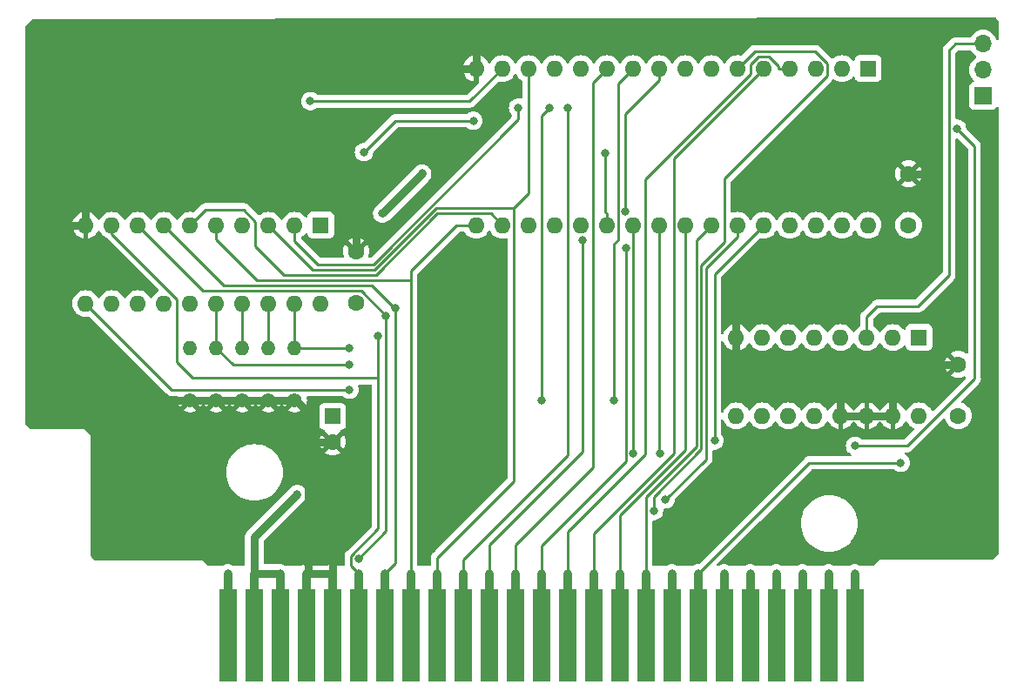
<source format=gbl>
G04 #@! TF.GenerationSoftware,KiCad,Pcbnew,7.0.10*
G04 #@! TF.CreationDate,2024-06-01T12:23:42+09:00*
G04 #@! TF.ProjectId,simple_megarom_cartridge,73696d70-6c65-45f6-9d65-6761726f6d5f,rev?*
G04 #@! TF.SameCoordinates,Original*
G04 #@! TF.FileFunction,Copper,L2,Bot*
G04 #@! TF.FilePolarity,Positive*
%FSLAX46Y46*%
G04 Gerber Fmt 4.6, Leading zero omitted, Abs format (unit mm)*
G04 Created by KiCad (PCBNEW 7.0.10) date 2024-06-01 12:23:42*
%MOMM*%
%LPD*%
G01*
G04 APERTURE LIST*
G04 Aperture macros list*
%AMFreePoly0*
4,1,18,0.123607,0.380423,0.235114,0.323607,0.323607,0.235114,0.380423,0.123607,0.400000,0.000000,0.400000,-1.500000,0.850000,-1.500000,0.850000,-10.500000,-0.850000,-10.500000,-0.850000,-1.500000,-0.400000,-1.500000,-0.400000,0.000000,-0.380423,0.123607,-0.323607,0.235114,-0.235114,0.323607,-0.123607,0.380423,0.000000,0.400000,0.123607,0.380423,0.123607,0.380423,$1*%
G04 Aperture macros list end*
G04 #@! TA.AperFunction,ComponentPad*
%ADD10C,1.600000*%
G04 #@! TD*
G04 #@! TA.AperFunction,ComponentPad*
%ADD11R,1.600000X1.600000*%
G04 #@! TD*
G04 #@! TA.AperFunction,ComponentPad*
%ADD12O,1.600000X1.600000*%
G04 #@! TD*
G04 #@! TA.AperFunction,SMDPad,CuDef*
%ADD13FreePoly0,0.000000*%
G04 #@! TD*
G04 #@! TA.AperFunction,ComponentPad*
%ADD14C,1.400000*%
G04 #@! TD*
G04 #@! TA.AperFunction,ComponentPad*
%ADD15O,1.400000X1.400000*%
G04 #@! TD*
G04 #@! TA.AperFunction,ComponentPad*
%ADD16R,1.700000X1.700000*%
G04 #@! TD*
G04 #@! TA.AperFunction,ComponentPad*
%ADD17O,1.700000X1.700000*%
G04 #@! TD*
G04 #@! TA.AperFunction,ViaPad*
%ADD18C,0.800000*%
G04 #@! TD*
G04 #@! TA.AperFunction,Conductor*
%ADD19C,0.800000*%
G04 #@! TD*
G04 #@! TA.AperFunction,Conductor*
%ADD20C,0.250000*%
G04 #@! TD*
G04 APERTURE END LIST*
D10*
X140932000Y-88989000D03*
X140932000Y-83989000D03*
D11*
X132169000Y-55207000D03*
D12*
X129629000Y-55207000D03*
X127089000Y-55207000D03*
X124549000Y-55207000D03*
X122009000Y-55207000D03*
X119469000Y-55207000D03*
X116929000Y-55207000D03*
X114389000Y-55207000D03*
X111849000Y-55207000D03*
X109309000Y-55207000D03*
X106769000Y-55207000D03*
X104229000Y-55207000D03*
X101689000Y-55207000D03*
X99149000Y-55207000D03*
X96609000Y-55207000D03*
X94069000Y-55207000D03*
X94069000Y-70447000D03*
X96609000Y-70447000D03*
X99149000Y-70447000D03*
X101689000Y-70447000D03*
X104229000Y-70447000D03*
X106769000Y-70447000D03*
X109309000Y-70447000D03*
X111849000Y-70447000D03*
X114389000Y-70447000D03*
X116929000Y-70447000D03*
X119469000Y-70447000D03*
X122009000Y-70447000D03*
X124549000Y-70447000D03*
X127089000Y-70447000D03*
X129629000Y-70447000D03*
X132169000Y-70447000D03*
D13*
X130894600Y-104325600D03*
X128354600Y-104325600D03*
X125814600Y-104325600D03*
X123274600Y-104325600D03*
X120734600Y-104325600D03*
X118194600Y-104325600D03*
X115654600Y-104325600D03*
X113114600Y-104325600D03*
X110574600Y-104325600D03*
X108034600Y-104325600D03*
X105494600Y-104325600D03*
X102954600Y-104325600D03*
X100414600Y-104325600D03*
X97874600Y-104325600D03*
X95334600Y-104325600D03*
X92794600Y-104325600D03*
X90254600Y-104325600D03*
X87714600Y-104325600D03*
X85174600Y-104325600D03*
X82634600Y-104325600D03*
X80094600Y-104325600D03*
X77554600Y-104325600D03*
X75014600Y-104325600D03*
X72474600Y-104325600D03*
X69934600Y-104325600D03*
D10*
X82385000Y-77987000D03*
X82385000Y-72987000D03*
D11*
X137122000Y-81369000D03*
D12*
X134582000Y-81369000D03*
X132042000Y-81369000D03*
X129502000Y-81369000D03*
X126962000Y-81369000D03*
X124422000Y-81369000D03*
X121882000Y-81369000D03*
X119342000Y-81369000D03*
X119342000Y-88989000D03*
X121882000Y-88989000D03*
X124422000Y-88989000D03*
X126962000Y-88989000D03*
X129502000Y-88989000D03*
X132042000Y-88989000D03*
X134582000Y-88989000D03*
X137122000Y-88989000D03*
D11*
X80099000Y-89029000D03*
D10*
X80099000Y-91529000D03*
D14*
X76416000Y-87465000D03*
D15*
X76416000Y-82385000D03*
D14*
X68796000Y-87465000D03*
D15*
X68796000Y-82385000D03*
D14*
X71336000Y-87465000D03*
D15*
X71336000Y-82385000D03*
D14*
X73876000Y-87465000D03*
D15*
X73876000Y-82385000D03*
D10*
X136106000Y-70447000D03*
X136106000Y-65447000D03*
D14*
X66256000Y-87465000D03*
D15*
X66256000Y-82385000D03*
D16*
X143345000Y-57874000D03*
D17*
X143345000Y-55334000D03*
X143345000Y-52794000D03*
D11*
X78956000Y-70447000D03*
D12*
X76416000Y-70447000D03*
X73876000Y-70447000D03*
X71336000Y-70447000D03*
X68796000Y-70447000D03*
X66256000Y-70447000D03*
X63716000Y-70447000D03*
X61176000Y-70447000D03*
X58636000Y-70447000D03*
X56096000Y-70447000D03*
X56096000Y-78067000D03*
X58636000Y-78067000D03*
X61176000Y-78067000D03*
X63716000Y-78067000D03*
X66256000Y-78067000D03*
X68796000Y-78067000D03*
X71336000Y-78067000D03*
X73876000Y-78067000D03*
X76416000Y-78067000D03*
X78956000Y-78067000D03*
D18*
X84925000Y-69304000D03*
X88798495Y-65430505D03*
X76669992Y-96609008D03*
X88989000Y-77178000D03*
X119596000Y-68034000D03*
X128232000Y-72352000D03*
X127343000Y-102832000D03*
X70828000Y-102705000D03*
X66129000Y-89624000D03*
X89751000Y-101943000D03*
X135852000Y-79464000D03*
X50889000Y-72098000D03*
X132169000Y-102578000D03*
X131915000Y-98514000D03*
X141186000Y-68796000D03*
X83274000Y-99022000D03*
X84290000Y-51270000D03*
X140805000Y-51016000D03*
X128994000Y-68034000D03*
X141186000Y-64859000D03*
X111595000Y-51143000D03*
X51270000Y-51143000D03*
X57620000Y-102197000D03*
X116929000Y-101308000D03*
X51397000Y-89243000D03*
X54953000Y-68288000D03*
X72479000Y-91021000D03*
X95466000Y-72225000D03*
X134328000Y-57112000D03*
X129629000Y-57112000D03*
X132423000Y-72352000D03*
X143472000Y-99530000D03*
X119342000Y-102832000D03*
X87465000Y-69304000D03*
X136487000Y-77051000D03*
X139027000Y-62192000D03*
X124930000Y-62192000D03*
X96736000Y-87465000D03*
X81750000Y-82385000D03*
X93792300Y-60287000D03*
X83147000Y-63335000D03*
X81750000Y-84036000D03*
X106625200Y-63438100D03*
X135344000Y-93561000D03*
X111976000Y-92672000D03*
X109326800Y-92672000D03*
X111341000Y-98260000D03*
X112484000Y-97117000D03*
X108601700Y-72708400D03*
X117241000Y-91401990D03*
X140805000Y-61049000D03*
X130899000Y-91910000D03*
X104392100Y-71875300D03*
X108582600Y-69085000D03*
X107426400Y-87465000D03*
X102959000Y-59017000D03*
X101181000Y-59017000D03*
X100419000Y-87464998D03*
X98133000Y-59017000D03*
X77940000Y-58382000D03*
X86156200Y-78498900D03*
X84531000Y-81242000D03*
X85306002Y-79234600D03*
X82606500Y-102911300D03*
X81750000Y-86451600D03*
D19*
X72474600Y-104325600D02*
X72474600Y-100804400D01*
X75014600Y-104326000D02*
X75014200Y-104326000D01*
X84925000Y-69304000D02*
X88798495Y-65430505D01*
X75014200Y-104326000D02*
X72474600Y-104326000D01*
X72474600Y-100804400D02*
X76669992Y-96609008D01*
D20*
X75014200Y-104326000D02*
X75014600Y-104325600D01*
D19*
X72474600Y-104326000D02*
X72474600Y-104325600D01*
D20*
X77576800Y-104303500D02*
X77576700Y-104303500D01*
D19*
X77720001Y-102959000D02*
X77720001Y-91650001D01*
X66256000Y-87465000D02*
X54191000Y-87465000D01*
X132042000Y-88989000D02*
X134582000Y-88989000D01*
X80094200Y-104326000D02*
X77554600Y-104326000D01*
X80094600Y-104326000D02*
X80094200Y-104326000D01*
X95974000Y-51524000D02*
X111214000Y-51524000D01*
X134582000Y-88989000D02*
X134582000Y-87084000D01*
X77554600Y-104326000D02*
X77576800Y-104303500D01*
X76543000Y-87465000D02*
X73876000Y-87465000D01*
X119342000Y-83782000D02*
X121247000Y-85687000D01*
X119342000Y-81369000D02*
X119342000Y-83782000D01*
X139027000Y-73495000D02*
X136233000Y-76289000D01*
X136233000Y-76289000D02*
X121882000Y-76289000D01*
X56096000Y-70447000D02*
X56096000Y-63208000D01*
X52413000Y-72860000D02*
X54826000Y-70447000D01*
X73876000Y-87465000D02*
X71336000Y-87465000D01*
X80099000Y-104321200D02*
X80099000Y-102959000D01*
X111214000Y-51524000D02*
X111595000Y-51143000D01*
X121882000Y-76289000D02*
X119342000Y-78829000D01*
X68796000Y-87465000D02*
X66256000Y-87465000D01*
X77720001Y-91650001D02*
X77599000Y-91529000D01*
X134582000Y-87084000D02*
X137677000Y-83989000D01*
X139027000Y-67011000D02*
X139027000Y-73495000D01*
X64097000Y-55207000D02*
X94069000Y-55207000D01*
D20*
X80094200Y-104326000D02*
X80094600Y-104325600D01*
D19*
X139027000Y-56096000D02*
X139027000Y-62192000D01*
X111976000Y-51524000D02*
X134455000Y-51524000D01*
X137677000Y-83989000D02*
X140932000Y-83989000D01*
X56096000Y-63208000D02*
X64097000Y-55207000D01*
X52413000Y-85687000D02*
X52413000Y-72860000D01*
X71336000Y-87465000D02*
X68796000Y-87465000D01*
X94069000Y-53429000D02*
X95974000Y-51524000D01*
X134455000Y-51524000D02*
X139027000Y-56096000D01*
X128105000Y-85687000D02*
X129502000Y-87084000D01*
X94069000Y-55207000D02*
X94069000Y-53429000D01*
X121247000Y-85687000D02*
X128105000Y-85687000D01*
X111595000Y-51143000D02*
X111976000Y-51524000D01*
X54191000Y-87465000D02*
X52413000Y-85687000D01*
X74765000Y-55207000D02*
X74765000Y-61684000D01*
X139027000Y-65447000D02*
X136106000Y-65447000D01*
D20*
X80094200Y-104326000D02*
X80099000Y-104321200D01*
D19*
X82385000Y-69304000D02*
X82385000Y-73067000D01*
X74765000Y-61684000D02*
X82385000Y-69304000D01*
X77599000Y-91529000D02*
X77599000Y-88521000D01*
X80099000Y-102959000D02*
X77720001Y-102959000D01*
X139027000Y-62192000D02*
X139027000Y-67011000D01*
X77576800Y-104303500D02*
X77720001Y-104160299D01*
X129502000Y-88989000D02*
X132042000Y-88989000D01*
X77599000Y-88521000D02*
X76543000Y-87465000D01*
X129502000Y-87084000D02*
X129502000Y-88989000D01*
X54826000Y-70447000D02*
X56096000Y-70447000D01*
X77720001Y-104160299D02*
X77720001Y-102959000D01*
D20*
X77576700Y-104303500D02*
X77554600Y-104325600D01*
D19*
X77599000Y-91529000D02*
X80099000Y-91529000D01*
X119342000Y-78829000D02*
X119342000Y-81369000D01*
D20*
X76416000Y-78067000D02*
X76416000Y-82385000D01*
X76416000Y-82385000D02*
X81750000Y-82385000D01*
X93792300Y-60287000D02*
X86195000Y-60287000D01*
X86195000Y-60287000D02*
X83147000Y-63335000D01*
X73876000Y-78067000D02*
X73876000Y-82385000D01*
X71336000Y-78067000D02*
X71336000Y-82385000D01*
X68796000Y-78067000D02*
X68796000Y-82385000D01*
X70447000Y-84036000D02*
X81750000Y-84036000D01*
X68796000Y-82385000D02*
X70447000Y-84036000D01*
X106625200Y-69178100D02*
X106769000Y-69321900D01*
X106769000Y-70447000D02*
X106769000Y-69321900D01*
X106625200Y-63438100D02*
X106625200Y-69178100D01*
X136995000Y-78321000D02*
X133058000Y-78321000D01*
X133058000Y-78321000D02*
X132042000Y-79337000D01*
X140043000Y-75273000D02*
X136995000Y-78321000D01*
X140678000Y-52794000D02*
X140043000Y-53429000D01*
X132042000Y-79337000D02*
X132042000Y-81369000D01*
X140043000Y-53429000D02*
X140043000Y-75273000D01*
X143345000Y-52794000D02*
X140678000Y-52794000D01*
X126419200Y-93561000D02*
X135344000Y-93561000D01*
X126419200Y-93561000D02*
X115654600Y-104325600D01*
X111849000Y-70447000D02*
X111849000Y-92545000D01*
X111849000Y-92545000D02*
X111976000Y-92672000D01*
X110574600Y-96867400D02*
X110574600Y-104325600D01*
X115495700Y-91946300D02*
X110574600Y-96867400D01*
X116929000Y-70447000D02*
X115495700Y-71880300D01*
X115495700Y-71880300D02*
X115495700Y-91946300D01*
X114389000Y-92291000D02*
X108034600Y-98645400D01*
X114389000Y-70447000D02*
X114389000Y-92291000D01*
X108034600Y-98645400D02*
X108034600Y-104325600D01*
X109309000Y-70447000D02*
X109326800Y-70464800D01*
X109326800Y-70464800D02*
X109326800Y-92672000D01*
X113263700Y-63952300D02*
X122009000Y-55207000D01*
X113263700Y-92654300D02*
X113263700Y-63952300D01*
X105494600Y-100423400D02*
X113263700Y-92654300D01*
X105494600Y-104325600D02*
X105494600Y-100423400D01*
X127038000Y-53545400D02*
X128214200Y-54721600D01*
X111341000Y-96863000D02*
X111341000Y-98260000D01*
X128214200Y-55881800D02*
X118199000Y-65897000D01*
X121130600Y-53545400D02*
X127038000Y-53545400D01*
X115945700Y-74371900D02*
X115945700Y-92258300D01*
X118199000Y-72118600D02*
X115945700Y-74371900D01*
X119469000Y-55207000D02*
X121130600Y-53545400D01*
X128214200Y-54721600D02*
X128214200Y-55881800D01*
X115945700Y-92258300D02*
X111341000Y-96863000D01*
X118199000Y-65897000D02*
X118199000Y-72118600D01*
X122481100Y-54031100D02*
X123423900Y-54973900D01*
X110513100Y-65962900D02*
X120739000Y-55737000D01*
X102954600Y-104325600D02*
X102954600Y-100296400D01*
X123423900Y-54973900D02*
X123423900Y-55207000D01*
X123423900Y-55207000D02*
X124549000Y-55207000D01*
X121531200Y-54031100D02*
X122481100Y-54031100D01*
X120739000Y-54823300D02*
X121531200Y-54031100D01*
X102954600Y-100296400D02*
X110513100Y-92737900D01*
X110513100Y-92737900D02*
X110513100Y-65962900D01*
X120739000Y-55737000D02*
X120739000Y-54823300D01*
X119469000Y-70447000D02*
X119469000Y-71578370D01*
X119469000Y-71578370D02*
X116395700Y-74651670D01*
X116395700Y-93205300D02*
X112484000Y-97117000D01*
X116395700Y-74651670D02*
X116395700Y-93205300D01*
X100414600Y-101613384D02*
X108601700Y-93426284D01*
X100414600Y-104325600D02*
X100414600Y-101613384D01*
X108601700Y-93426284D02*
X108601700Y-72708400D01*
X122009000Y-70447000D02*
X117241001Y-75214999D01*
X117241001Y-75214999D02*
X117241000Y-91401990D01*
X105392800Y-56583200D02*
X106769000Y-55207000D01*
X97874600Y-104325600D02*
X97874600Y-101566400D01*
X105392800Y-94048200D02*
X105392800Y-56583200D01*
X97874600Y-101566400D02*
X105392800Y-94048200D01*
X130899000Y-91910000D02*
X135979000Y-91910000D01*
X142507000Y-62751000D02*
X140805000Y-61049000D01*
X142507000Y-85382000D02*
X142507000Y-62751000D01*
X135979000Y-91910000D02*
X142507000Y-85382000D01*
X108582600Y-69085000D02*
X108582600Y-59598500D01*
X95334600Y-101566400D02*
X95334600Y-104325600D01*
X104392100Y-92508900D02*
X95334600Y-101566400D01*
X104392100Y-71875300D02*
X104392100Y-92508900D01*
X108582600Y-59598500D02*
X111849000Y-56332100D01*
X111849000Y-55207000D02*
X111849000Y-56332100D01*
X107857500Y-69385300D02*
X107894200Y-69422000D01*
X109309000Y-55207000D02*
X107857500Y-56658500D01*
X107857500Y-56658500D02*
X107857500Y-69385300D01*
X107894200Y-69422000D02*
X107894200Y-71850900D01*
X107426400Y-72318700D02*
X107426400Y-87465000D01*
X107894200Y-71850900D02*
X107426400Y-72318700D01*
X102959000Y-92799000D02*
X102959000Y-59017000D01*
X92794600Y-102963400D02*
X102959000Y-92799000D01*
X92794600Y-104325600D02*
X92794600Y-102963400D01*
X101181000Y-59017000D02*
X100419000Y-59779000D01*
X100419000Y-59779000D02*
X100419000Y-87464998D01*
X97739400Y-68779600D02*
X99149000Y-67370000D01*
X84164812Y-74765000D02*
X90150212Y-68779600D01*
X97739400Y-95351600D02*
X97739400Y-68779600D01*
X90254600Y-102836400D02*
X97739400Y-95351600D01*
X73876000Y-70447000D02*
X78194000Y-74765000D01*
X90254600Y-104325600D02*
X90254600Y-102836400D01*
X99149000Y-67370000D02*
X99149000Y-55207000D01*
X78194000Y-74765000D02*
X84164812Y-74765000D01*
X90150212Y-68779600D02*
X97739400Y-68779600D01*
X78702000Y-74257000D02*
X84036416Y-74257000D01*
X76416000Y-70447000D02*
X76416000Y-71971000D01*
X76416000Y-71971000D02*
X78702000Y-74257000D01*
X98133000Y-60160416D02*
X98133000Y-59017000D01*
X84036416Y-74257000D02*
X98133000Y-60160416D01*
X72733000Y-75781000D02*
X87714600Y-75781000D01*
X87714600Y-74896400D02*
X87714600Y-75781000D01*
X94069000Y-70447000D02*
X92164000Y-70447000D01*
X68796000Y-71844000D02*
X72733000Y-75781000D01*
X92164000Y-70447000D02*
X87714600Y-74896400D01*
X87714600Y-75781000D02*
X87714600Y-104325600D01*
X68796000Y-70447000D02*
X68796000Y-71844000D01*
X93434000Y-58382000D02*
X77940000Y-58382000D01*
X96609000Y-55207000D02*
X93434000Y-58382000D01*
X85174600Y-104325600D02*
X86195000Y-103305200D01*
X86195000Y-78537700D02*
X86156200Y-78498900D01*
X63716000Y-70447000D02*
X69558000Y-76289000D01*
X69558000Y-76289000D02*
X83909000Y-76289000D01*
X86118900Y-78498900D02*
X86156200Y-78498900D01*
X86195000Y-103305200D02*
X86195000Y-78537700D01*
X83909000Y-76289000D02*
X86118900Y-78498900D01*
X72606000Y-70089200D02*
X72606000Y-72479000D01*
X84293208Y-75273000D02*
X90260308Y-69305900D01*
X72606000Y-72479000D02*
X75400000Y-75273000D01*
X90260308Y-69305900D02*
X95467900Y-69305900D01*
X71439800Y-68923000D02*
X72606000Y-70089200D01*
X95467900Y-69305900D02*
X96609000Y-70447000D01*
X66256000Y-70447000D02*
X67780000Y-68923000D01*
X67780000Y-68923000D02*
X71439800Y-68923000D01*
X75400000Y-75273000D02*
X84293208Y-75273000D01*
X64986000Y-77640800D02*
X64986000Y-83782000D01*
X84544000Y-85306000D02*
X84544000Y-99948400D01*
X82634600Y-104325600D02*
X81881400Y-103572400D01*
X84531000Y-81242000D02*
X84544000Y-81255000D01*
X81881400Y-102611000D02*
X84544000Y-99948400D01*
X84544000Y-81255000D02*
X84544000Y-85306000D01*
X66510000Y-85306000D02*
X84544000Y-85306000D01*
X64986000Y-83782000D02*
X66510000Y-85306000D01*
X81881400Y-103572400D02*
X81881400Y-102611000D01*
X58636000Y-70447000D02*
X58636000Y-71290800D01*
X58636000Y-71290800D02*
X64986000Y-77640800D01*
X61176000Y-70447000D02*
X67526000Y-76797000D01*
X82868402Y-76797000D02*
X85306002Y-79234600D01*
X85306000Y-100211800D02*
X85306000Y-79234602D01*
X85306000Y-79234602D02*
X85306002Y-79234600D01*
X67526000Y-76797000D02*
X82868402Y-76797000D01*
X82606500Y-102911300D02*
X85306000Y-100211800D01*
X56096000Y-78067000D02*
X64469000Y-86440000D01*
X81738400Y-86440000D02*
X81750000Y-86451600D01*
X64469000Y-86440000D02*
X81738400Y-86440000D01*
G04 #@! TA.AperFunction,Conductor*
G36*
X144615595Y-50273684D02*
G01*
X144651871Y-50309307D01*
X144848174Y-50603761D01*
X144868982Y-50670460D01*
X144869000Y-50672544D01*
X144869000Y-52321837D01*
X144849315Y-52388876D01*
X144796511Y-52434631D01*
X144727353Y-52444575D01*
X144663797Y-52415550D01*
X144626023Y-52356772D01*
X144625225Y-52353930D01*
X144618905Y-52330344D01*
X144618904Y-52330343D01*
X144618903Y-52330337D01*
X144519035Y-52116171D01*
X144518652Y-52115623D01*
X144383494Y-51922597D01*
X144216402Y-51755506D01*
X144216395Y-51755501D01*
X144022834Y-51619967D01*
X144022830Y-51619965D01*
X144022828Y-51619964D01*
X143808663Y-51520097D01*
X143808659Y-51520096D01*
X143808655Y-51520094D01*
X143580413Y-51458938D01*
X143580403Y-51458936D01*
X143345001Y-51438341D01*
X143344999Y-51438341D01*
X143109596Y-51458936D01*
X143109586Y-51458938D01*
X142881344Y-51520094D01*
X142881335Y-51520098D01*
X142667171Y-51619964D01*
X142667169Y-51619965D01*
X142473597Y-51755505D01*
X142306505Y-51922597D01*
X142171348Y-52115623D01*
X142116771Y-52159248D01*
X142069773Y-52168500D01*
X140760743Y-52168500D01*
X140745122Y-52166775D01*
X140745095Y-52167061D01*
X140737333Y-52166326D01*
X140670113Y-52168439D01*
X140666219Y-52168500D01*
X140638650Y-52168500D01*
X140634673Y-52169002D01*
X140623042Y-52169917D01*
X140579374Y-52171289D01*
X140579368Y-52171290D01*
X140560126Y-52176880D01*
X140541087Y-52180823D01*
X140521217Y-52183334D01*
X140521203Y-52183337D01*
X140480598Y-52199413D01*
X140469554Y-52203194D01*
X140427614Y-52215379D01*
X140427610Y-52215381D01*
X140410366Y-52225579D01*
X140392905Y-52234133D01*
X140374274Y-52241510D01*
X140374262Y-52241517D01*
X140338933Y-52267185D01*
X140329173Y-52273596D01*
X140291580Y-52295829D01*
X140277414Y-52309995D01*
X140262624Y-52322627D01*
X140246414Y-52334404D01*
X140246411Y-52334407D01*
X140218573Y-52368058D01*
X140210711Y-52376697D01*
X139659208Y-52928199D01*
X139646951Y-52938020D01*
X139647134Y-52938241D01*
X139641122Y-52943214D01*
X139595098Y-52992223D01*
X139592391Y-52995016D01*
X139572889Y-53014517D01*
X139572875Y-53014534D01*
X139570407Y-53017715D01*
X139562843Y-53026570D01*
X139532937Y-53058418D01*
X139532936Y-53058420D01*
X139523284Y-53075976D01*
X139512610Y-53092226D01*
X139500329Y-53108061D01*
X139500324Y-53108068D01*
X139482975Y-53148158D01*
X139477838Y-53158644D01*
X139456803Y-53196906D01*
X139451822Y-53216307D01*
X139445521Y-53234710D01*
X139437562Y-53253102D01*
X139437561Y-53253105D01*
X139430728Y-53296243D01*
X139428360Y-53307674D01*
X139417501Y-53349971D01*
X139417500Y-53349982D01*
X139417500Y-53370016D01*
X139415973Y-53389415D01*
X139412840Y-53409194D01*
X139412840Y-53409195D01*
X139416950Y-53452674D01*
X139417500Y-53464343D01*
X139417500Y-74962547D01*
X139397815Y-75029586D01*
X139381181Y-75050228D01*
X136772228Y-77659181D01*
X136710905Y-77692666D01*
X136684547Y-77695500D01*
X133140743Y-77695500D01*
X133125122Y-77693775D01*
X133125096Y-77694061D01*
X133117334Y-77693327D01*
X133117333Y-77693327D01*
X133055109Y-77695282D01*
X133050127Y-77695439D01*
X133046232Y-77695500D01*
X133018647Y-77695500D01*
X133014661Y-77696003D01*
X133003033Y-77696918D01*
X132959373Y-77698290D01*
X132940129Y-77703881D01*
X132921079Y-77707825D01*
X132901211Y-77710334D01*
X132901210Y-77710334D01*
X132860599Y-77726413D01*
X132849554Y-77730194D01*
X132807614Y-77742379D01*
X132807610Y-77742381D01*
X132790366Y-77752579D01*
X132772905Y-77761133D01*
X132754274Y-77768510D01*
X132754262Y-77768517D01*
X132718933Y-77794185D01*
X132709173Y-77800596D01*
X132671580Y-77822829D01*
X132657414Y-77836995D01*
X132642624Y-77849627D01*
X132626414Y-77861404D01*
X132626411Y-77861407D01*
X132598573Y-77895058D01*
X132590711Y-77903697D01*
X131658208Y-78836199D01*
X131645951Y-78846020D01*
X131646134Y-78846241D01*
X131640122Y-78851214D01*
X131594098Y-78900223D01*
X131591391Y-78903016D01*
X131571889Y-78922517D01*
X131571875Y-78922534D01*
X131569407Y-78925715D01*
X131561843Y-78934570D01*
X131531937Y-78966418D01*
X131531936Y-78966420D01*
X131522284Y-78983976D01*
X131511610Y-79000226D01*
X131499329Y-79016061D01*
X131499324Y-79016068D01*
X131481975Y-79056158D01*
X131476838Y-79066642D01*
X131476616Y-79067047D01*
X131455803Y-79104906D01*
X131450822Y-79124307D01*
X131444521Y-79142710D01*
X131436562Y-79161102D01*
X131436561Y-79161105D01*
X131429728Y-79204243D01*
X131427360Y-79215674D01*
X131416501Y-79257971D01*
X131416500Y-79257982D01*
X131416500Y-79278016D01*
X131414973Y-79297415D01*
X131411840Y-79317194D01*
X131411840Y-79317195D01*
X131415950Y-79360674D01*
X131416500Y-79372343D01*
X131416500Y-80154811D01*
X131396815Y-80221850D01*
X131363623Y-80256386D01*
X131202859Y-80368953D01*
X131041954Y-80529858D01*
X130911432Y-80716265D01*
X130911431Y-80716267D01*
X130884382Y-80774275D01*
X130838209Y-80826714D01*
X130771016Y-80845866D01*
X130704135Y-80825650D01*
X130659618Y-80774275D01*
X130632686Y-80716520D01*
X130632568Y-80716266D01*
X130502047Y-80529861D01*
X130502045Y-80529858D01*
X130341141Y-80368954D01*
X130154734Y-80238432D01*
X130154732Y-80238431D01*
X129948497Y-80142261D01*
X129948488Y-80142258D01*
X129728697Y-80083366D01*
X129728693Y-80083365D01*
X129728692Y-80083365D01*
X129728691Y-80083364D01*
X129728686Y-80083364D01*
X129502002Y-80063532D01*
X129501998Y-80063532D01*
X129275313Y-80083364D01*
X129275302Y-80083366D01*
X129055511Y-80142258D01*
X129055502Y-80142261D01*
X128849267Y-80238431D01*
X128849265Y-80238432D01*
X128662858Y-80368954D01*
X128501954Y-80529858D01*
X128371432Y-80716265D01*
X128371431Y-80716267D01*
X128344382Y-80774275D01*
X128298209Y-80826714D01*
X128231016Y-80845866D01*
X128164135Y-80825650D01*
X128119618Y-80774275D01*
X128092686Y-80716520D01*
X128092568Y-80716266D01*
X127962047Y-80529861D01*
X127962045Y-80529858D01*
X127801141Y-80368954D01*
X127614734Y-80238432D01*
X127614732Y-80238431D01*
X127408497Y-80142261D01*
X127408488Y-80142258D01*
X127188697Y-80083366D01*
X127188693Y-80083365D01*
X127188692Y-80083365D01*
X127188691Y-80083364D01*
X127188686Y-80083364D01*
X126962002Y-80063532D01*
X126961998Y-80063532D01*
X126735313Y-80083364D01*
X126735302Y-80083366D01*
X126515511Y-80142258D01*
X126515502Y-80142261D01*
X126309267Y-80238431D01*
X126309265Y-80238432D01*
X126122858Y-80368954D01*
X125961954Y-80529858D01*
X125831432Y-80716265D01*
X125831431Y-80716267D01*
X125804382Y-80774275D01*
X125758209Y-80826714D01*
X125691016Y-80845866D01*
X125624135Y-80825650D01*
X125579618Y-80774275D01*
X125552686Y-80716520D01*
X125552568Y-80716266D01*
X125422047Y-80529861D01*
X125422045Y-80529858D01*
X125261141Y-80368954D01*
X125074734Y-80238432D01*
X125074732Y-80238431D01*
X124868497Y-80142261D01*
X124868488Y-80142258D01*
X124648697Y-80083366D01*
X124648693Y-80083365D01*
X124648692Y-80083365D01*
X124648691Y-80083364D01*
X124648686Y-80083364D01*
X124422002Y-80063532D01*
X124421998Y-80063532D01*
X124195313Y-80083364D01*
X124195302Y-80083366D01*
X123975511Y-80142258D01*
X123975502Y-80142261D01*
X123769267Y-80238431D01*
X123769265Y-80238432D01*
X123582858Y-80368954D01*
X123421954Y-80529858D01*
X123291432Y-80716265D01*
X123291431Y-80716267D01*
X123264382Y-80774275D01*
X123218209Y-80826714D01*
X123151016Y-80845866D01*
X123084135Y-80825650D01*
X123039618Y-80774275D01*
X123012686Y-80716520D01*
X123012568Y-80716266D01*
X122882047Y-80529861D01*
X122882045Y-80529858D01*
X122721141Y-80368954D01*
X122534734Y-80238432D01*
X122534732Y-80238431D01*
X122328497Y-80142261D01*
X122328488Y-80142258D01*
X122108697Y-80083366D01*
X122108693Y-80083365D01*
X122108692Y-80083365D01*
X122108691Y-80083364D01*
X122108686Y-80083364D01*
X121882002Y-80063532D01*
X121881998Y-80063532D01*
X121655313Y-80083364D01*
X121655302Y-80083366D01*
X121435511Y-80142258D01*
X121435502Y-80142261D01*
X121229267Y-80238431D01*
X121229265Y-80238432D01*
X121042858Y-80368954D01*
X120881954Y-80529858D01*
X120755970Y-80709785D01*
X120751432Y-80716266D01*
X120751315Y-80716518D01*
X120724106Y-80774867D01*
X120677933Y-80827306D01*
X120610739Y-80846457D01*
X120543858Y-80826241D01*
X120499342Y-80774865D01*
X120472135Y-80716520D01*
X120472134Y-80716518D01*
X120341657Y-80530179D01*
X120180820Y-80369342D01*
X119994482Y-80238865D01*
X119788328Y-80142734D01*
X119592000Y-80090127D01*
X119592000Y-81053314D01*
X119580045Y-81041359D01*
X119467148Y-80983835D01*
X119373481Y-80969000D01*
X119310519Y-80969000D01*
X119216852Y-80983835D01*
X119103955Y-81041359D01*
X119092000Y-81053314D01*
X119092000Y-80090127D01*
X118895671Y-80142734D01*
X118689517Y-80238865D01*
X118503179Y-80369342D01*
X118342342Y-80530179D01*
X118211865Y-80716517D01*
X118115734Y-80922673D01*
X118115731Y-80922679D01*
X118110275Y-80943044D01*
X118073910Y-81002704D01*
X118011063Y-81033233D01*
X117941687Y-81024938D01*
X117887809Y-80980453D01*
X117866535Y-80913901D01*
X117866500Y-80910950D01*
X117866500Y-75525451D01*
X117886185Y-75458412D01*
X117902819Y-75437770D01*
X119752633Y-73587956D01*
X121594179Y-71746410D01*
X121655500Y-71712927D01*
X121713947Y-71714317D01*
X121782308Y-71732635D01*
X121939780Y-71746412D01*
X122008998Y-71752468D01*
X122009000Y-71752468D01*
X122009002Y-71752468D01*
X122065807Y-71747498D01*
X122235692Y-71732635D01*
X122455496Y-71673739D01*
X122661734Y-71577568D01*
X122848139Y-71447047D01*
X123009047Y-71286139D01*
X123139568Y-71099734D01*
X123166618Y-71041724D01*
X123212790Y-70989285D01*
X123279983Y-70970133D01*
X123346865Y-70990348D01*
X123391382Y-71041725D01*
X123418429Y-71099728D01*
X123418432Y-71099734D01*
X123548954Y-71286141D01*
X123709858Y-71447045D01*
X123709861Y-71447047D01*
X123896266Y-71577568D01*
X124102504Y-71673739D01*
X124102509Y-71673740D01*
X124102511Y-71673741D01*
X124141743Y-71684253D01*
X124322308Y-71732635D01*
X124479780Y-71746412D01*
X124548998Y-71752468D01*
X124549000Y-71752468D01*
X124549002Y-71752468D01*
X124605807Y-71747498D01*
X124775692Y-71732635D01*
X124995496Y-71673739D01*
X125201734Y-71577568D01*
X125388139Y-71447047D01*
X125549047Y-71286139D01*
X125679568Y-71099734D01*
X125706618Y-71041724D01*
X125752790Y-70989285D01*
X125819983Y-70970133D01*
X125886865Y-70990348D01*
X125931382Y-71041725D01*
X125958429Y-71099728D01*
X125958432Y-71099734D01*
X126088954Y-71286141D01*
X126249858Y-71447045D01*
X126249861Y-71447047D01*
X126436266Y-71577568D01*
X126642504Y-71673739D01*
X126642509Y-71673740D01*
X126642511Y-71673741D01*
X126681743Y-71684253D01*
X126862308Y-71732635D01*
X127019780Y-71746412D01*
X127088998Y-71752468D01*
X127089000Y-71752468D01*
X127089002Y-71752468D01*
X127145807Y-71747498D01*
X127315692Y-71732635D01*
X127535496Y-71673739D01*
X127741734Y-71577568D01*
X127928139Y-71447047D01*
X128089047Y-71286139D01*
X128219568Y-71099734D01*
X128246618Y-71041724D01*
X128292790Y-70989285D01*
X128359983Y-70970133D01*
X128426865Y-70990348D01*
X128471382Y-71041725D01*
X128498429Y-71099728D01*
X128498432Y-71099734D01*
X128628954Y-71286141D01*
X128789858Y-71447045D01*
X128789861Y-71447047D01*
X128976266Y-71577568D01*
X129182504Y-71673739D01*
X129182509Y-71673740D01*
X129182511Y-71673741D01*
X129221743Y-71684253D01*
X129402308Y-71732635D01*
X129559780Y-71746412D01*
X129628998Y-71752468D01*
X129629000Y-71752468D01*
X129629002Y-71752468D01*
X129685807Y-71747498D01*
X129855692Y-71732635D01*
X130075496Y-71673739D01*
X130281734Y-71577568D01*
X130468139Y-71447047D01*
X130629047Y-71286139D01*
X130759568Y-71099734D01*
X130786618Y-71041724D01*
X130832790Y-70989285D01*
X130899983Y-70970133D01*
X130966865Y-70990348D01*
X131011382Y-71041725D01*
X131038429Y-71099728D01*
X131038432Y-71099734D01*
X131168954Y-71286141D01*
X131329858Y-71447045D01*
X131329861Y-71447047D01*
X131516266Y-71577568D01*
X131722504Y-71673739D01*
X131722509Y-71673740D01*
X131722511Y-71673741D01*
X131761743Y-71684253D01*
X131942308Y-71732635D01*
X132099780Y-71746412D01*
X132168998Y-71752468D01*
X132169000Y-71752468D01*
X132169002Y-71752468D01*
X132225807Y-71747498D01*
X132395692Y-71732635D01*
X132615496Y-71673739D01*
X132821734Y-71577568D01*
X133008139Y-71447047D01*
X133169047Y-71286139D01*
X133299568Y-71099734D01*
X133395739Y-70893496D01*
X133454635Y-70673692D01*
X133474468Y-70447001D01*
X134800532Y-70447001D01*
X134820364Y-70673686D01*
X134820366Y-70673697D01*
X134879258Y-70893488D01*
X134879261Y-70893497D01*
X134975431Y-71099732D01*
X134975432Y-71099734D01*
X135105954Y-71286141D01*
X135266858Y-71447045D01*
X135266861Y-71447047D01*
X135453266Y-71577568D01*
X135659504Y-71673739D01*
X135659509Y-71673740D01*
X135659511Y-71673741D01*
X135698743Y-71684253D01*
X135879308Y-71732635D01*
X136036780Y-71746412D01*
X136105998Y-71752468D01*
X136106000Y-71752468D01*
X136106002Y-71752468D01*
X136162807Y-71747498D01*
X136332692Y-71732635D01*
X136552496Y-71673739D01*
X136758734Y-71577568D01*
X136945139Y-71447047D01*
X137106047Y-71286139D01*
X137236568Y-71099734D01*
X137332739Y-70893496D01*
X137391635Y-70673692D01*
X137411468Y-70447000D01*
X137391635Y-70220308D01*
X137337091Y-70016746D01*
X137332741Y-70000511D01*
X137332738Y-70000502D01*
X137325568Y-69985126D01*
X137236568Y-69794266D01*
X137106047Y-69607861D01*
X137106045Y-69607858D01*
X136945141Y-69446954D01*
X136758734Y-69316432D01*
X136758732Y-69316431D01*
X136552497Y-69220261D01*
X136552488Y-69220258D01*
X136332697Y-69161366D01*
X136332693Y-69161365D01*
X136332692Y-69161365D01*
X136332691Y-69161364D01*
X136332686Y-69161364D01*
X136106002Y-69141532D01*
X136105998Y-69141532D01*
X135879313Y-69161364D01*
X135879302Y-69161366D01*
X135659511Y-69220258D01*
X135659502Y-69220261D01*
X135453267Y-69316431D01*
X135453265Y-69316432D01*
X135266858Y-69446954D01*
X135105954Y-69607858D01*
X134975432Y-69794265D01*
X134975431Y-69794267D01*
X134879261Y-70000502D01*
X134879258Y-70000511D01*
X134820366Y-70220302D01*
X134820364Y-70220313D01*
X134800532Y-70446998D01*
X134800532Y-70447001D01*
X133474468Y-70447001D01*
X133474468Y-70447000D01*
X133454635Y-70220308D01*
X133400091Y-70016746D01*
X133395741Y-70000511D01*
X133395738Y-70000502D01*
X133388568Y-69985126D01*
X133299568Y-69794266D01*
X133169047Y-69607861D01*
X133169045Y-69607858D01*
X133008141Y-69446954D01*
X132821734Y-69316432D01*
X132821732Y-69316431D01*
X132615497Y-69220261D01*
X132615488Y-69220258D01*
X132395697Y-69161366D01*
X132395693Y-69161365D01*
X132395692Y-69161365D01*
X132395691Y-69161364D01*
X132395686Y-69161364D01*
X132169002Y-69141532D01*
X132168998Y-69141532D01*
X131942313Y-69161364D01*
X131942302Y-69161366D01*
X131722511Y-69220258D01*
X131722502Y-69220261D01*
X131516267Y-69316431D01*
X131516265Y-69316432D01*
X131329858Y-69446954D01*
X131168954Y-69607858D01*
X131038432Y-69794265D01*
X131038431Y-69794267D01*
X131011382Y-69852275D01*
X130965209Y-69904714D01*
X130898016Y-69923866D01*
X130831135Y-69903650D01*
X130786618Y-69852275D01*
X130783988Y-69846635D01*
X130759568Y-69794266D01*
X130629047Y-69607861D01*
X130629045Y-69607858D01*
X130468141Y-69446954D01*
X130281734Y-69316432D01*
X130281732Y-69316431D01*
X130075497Y-69220261D01*
X130075488Y-69220258D01*
X129855697Y-69161366D01*
X129855693Y-69161365D01*
X129855692Y-69161365D01*
X129855691Y-69161364D01*
X129855686Y-69161364D01*
X129629002Y-69141532D01*
X129628998Y-69141532D01*
X129402313Y-69161364D01*
X129402302Y-69161366D01*
X129182511Y-69220258D01*
X129182502Y-69220261D01*
X128976267Y-69316431D01*
X128976265Y-69316432D01*
X128789858Y-69446954D01*
X128628954Y-69607858D01*
X128498432Y-69794265D01*
X128498431Y-69794267D01*
X128471382Y-69852275D01*
X128425209Y-69904714D01*
X128358016Y-69923866D01*
X128291135Y-69903650D01*
X128246618Y-69852275D01*
X128243988Y-69846635D01*
X128219568Y-69794266D01*
X128089047Y-69607861D01*
X128089045Y-69607858D01*
X127928141Y-69446954D01*
X127741734Y-69316432D01*
X127741732Y-69316431D01*
X127535497Y-69220261D01*
X127535488Y-69220258D01*
X127315697Y-69161366D01*
X127315693Y-69161365D01*
X127315692Y-69161365D01*
X127315691Y-69161364D01*
X127315686Y-69161364D01*
X127089002Y-69141532D01*
X127088998Y-69141532D01*
X126862313Y-69161364D01*
X126862302Y-69161366D01*
X126642511Y-69220258D01*
X126642502Y-69220261D01*
X126436267Y-69316431D01*
X126436265Y-69316432D01*
X126249858Y-69446954D01*
X126088954Y-69607858D01*
X125958432Y-69794265D01*
X125958431Y-69794267D01*
X125931382Y-69852275D01*
X125885209Y-69904714D01*
X125818016Y-69923866D01*
X125751135Y-69903650D01*
X125706618Y-69852275D01*
X125703988Y-69846635D01*
X125679568Y-69794266D01*
X125549047Y-69607861D01*
X125549045Y-69607858D01*
X125388141Y-69446954D01*
X125201734Y-69316432D01*
X125201732Y-69316431D01*
X124995497Y-69220261D01*
X124995488Y-69220258D01*
X124775697Y-69161366D01*
X124775693Y-69161365D01*
X124775692Y-69161365D01*
X124775691Y-69161364D01*
X124775686Y-69161364D01*
X124549002Y-69141532D01*
X124548998Y-69141532D01*
X124322313Y-69161364D01*
X124322302Y-69161366D01*
X124102511Y-69220258D01*
X124102502Y-69220261D01*
X123896267Y-69316431D01*
X123896265Y-69316432D01*
X123709858Y-69446954D01*
X123548954Y-69607858D01*
X123418432Y-69794265D01*
X123418431Y-69794267D01*
X123391382Y-69852275D01*
X123345209Y-69904714D01*
X123278016Y-69923866D01*
X123211135Y-69903650D01*
X123166618Y-69852275D01*
X123163988Y-69846635D01*
X123139568Y-69794266D01*
X123009047Y-69607861D01*
X123009045Y-69607858D01*
X122848141Y-69446954D01*
X122661734Y-69316432D01*
X122661732Y-69316431D01*
X122455497Y-69220261D01*
X122455488Y-69220258D01*
X122235697Y-69161366D01*
X122235693Y-69161365D01*
X122235692Y-69161365D01*
X122235691Y-69161364D01*
X122235686Y-69161364D01*
X122009002Y-69141532D01*
X122008998Y-69141532D01*
X121782313Y-69161364D01*
X121782302Y-69161366D01*
X121562511Y-69220258D01*
X121562502Y-69220261D01*
X121356267Y-69316431D01*
X121356265Y-69316432D01*
X121169858Y-69446954D01*
X121008954Y-69607858D01*
X120878432Y-69794265D01*
X120878431Y-69794267D01*
X120851382Y-69852275D01*
X120805209Y-69904714D01*
X120738016Y-69923866D01*
X120671135Y-69903650D01*
X120626618Y-69852275D01*
X120623988Y-69846635D01*
X120599568Y-69794266D01*
X120469047Y-69607861D01*
X120469045Y-69607858D01*
X120308141Y-69446954D01*
X120121734Y-69316432D01*
X120121732Y-69316431D01*
X119915497Y-69220261D01*
X119915488Y-69220258D01*
X119695697Y-69161366D01*
X119695693Y-69161365D01*
X119695692Y-69161365D01*
X119695691Y-69161364D01*
X119695686Y-69161364D01*
X119469002Y-69141532D01*
X119468998Y-69141532D01*
X119242313Y-69161364D01*
X119242302Y-69161366D01*
X119022511Y-69220258D01*
X119022501Y-69220262D01*
X119000901Y-69230334D01*
X118931824Y-69240824D01*
X118868040Y-69212302D01*
X118829803Y-69153824D01*
X118824500Y-69117950D01*
X118824500Y-66207451D01*
X118844185Y-66140412D01*
X118860814Y-66119775D01*
X119533587Y-65447002D01*
X134801034Y-65447002D01*
X134820858Y-65673599D01*
X134820860Y-65673610D01*
X134879730Y-65893317D01*
X134879735Y-65893331D01*
X134975863Y-66099478D01*
X135026974Y-66172472D01*
X135708046Y-65491400D01*
X135720835Y-65572148D01*
X135778359Y-65685045D01*
X135867955Y-65774641D01*
X135980852Y-65832165D01*
X136061599Y-65844953D01*
X135380526Y-66526025D01*
X135453513Y-66577132D01*
X135453521Y-66577136D01*
X135659668Y-66673264D01*
X135659682Y-66673269D01*
X135879389Y-66732139D01*
X135879400Y-66732141D01*
X136105998Y-66751966D01*
X136106002Y-66751966D01*
X136332599Y-66732141D01*
X136332610Y-66732139D01*
X136552317Y-66673269D01*
X136552331Y-66673264D01*
X136758478Y-66577136D01*
X136831471Y-66526024D01*
X136150400Y-65844953D01*
X136231148Y-65832165D01*
X136344045Y-65774641D01*
X136433641Y-65685045D01*
X136491165Y-65572148D01*
X136503953Y-65491400D01*
X137185024Y-66172471D01*
X137236136Y-66099478D01*
X137332264Y-65893331D01*
X137332269Y-65893317D01*
X137391139Y-65673610D01*
X137391141Y-65673599D01*
X137410966Y-65447002D01*
X137410966Y-65446997D01*
X137391141Y-65220400D01*
X137391139Y-65220389D01*
X137332269Y-65000682D01*
X137332264Y-65000668D01*
X137236136Y-64794521D01*
X137236132Y-64794513D01*
X137185025Y-64721526D01*
X136503953Y-65402598D01*
X136491165Y-65321852D01*
X136433641Y-65208955D01*
X136344045Y-65119359D01*
X136231148Y-65061835D01*
X136150401Y-65049046D01*
X136831472Y-64367974D01*
X136758478Y-64316863D01*
X136552331Y-64220735D01*
X136552317Y-64220730D01*
X136332610Y-64161860D01*
X136332599Y-64161858D01*
X136106002Y-64142034D01*
X136105998Y-64142034D01*
X135879400Y-64161858D01*
X135879389Y-64161860D01*
X135659682Y-64220730D01*
X135659673Y-64220734D01*
X135453516Y-64316866D01*
X135453512Y-64316868D01*
X135380526Y-64367973D01*
X135380526Y-64367974D01*
X136061599Y-65049046D01*
X135980852Y-65061835D01*
X135867955Y-65119359D01*
X135778359Y-65208955D01*
X135720835Y-65321852D01*
X135708046Y-65402598D01*
X135026974Y-64721526D01*
X135026973Y-64721526D01*
X134975868Y-64794512D01*
X134975866Y-64794516D01*
X134879734Y-65000673D01*
X134879730Y-65000682D01*
X134820860Y-65220389D01*
X134820858Y-65220400D01*
X134801034Y-65446997D01*
X134801034Y-65447002D01*
X119533587Y-65447002D01*
X128597986Y-56382602D01*
X128610248Y-56372780D01*
X128610065Y-56372559D01*
X128616068Y-56367591D01*
X128616077Y-56367586D01*
X128662134Y-56318539D01*
X128664782Y-56315806D01*
X128684320Y-56296270D01*
X128686770Y-56293110D01*
X128694358Y-56284224D01*
X128702446Y-56275612D01*
X128762689Y-56240222D01*
X128832503Y-56243020D01*
X128863956Y-56258928D01*
X128976266Y-56337568D01*
X129182504Y-56433739D01*
X129402308Y-56492635D01*
X129559780Y-56506412D01*
X129628998Y-56512468D01*
X129629000Y-56512468D01*
X129629002Y-56512468D01*
X129698220Y-56506412D01*
X129855692Y-56492635D01*
X130075496Y-56433739D01*
X130281734Y-56337568D01*
X130468139Y-56207047D01*
X130629047Y-56046139D01*
X130646272Y-56021539D01*
X130700848Y-55977913D01*
X130770346Y-55970718D01*
X130832701Y-56002239D01*
X130868116Y-56062468D01*
X130871138Y-56079406D01*
X130874908Y-56114483D01*
X130925202Y-56249328D01*
X130925206Y-56249335D01*
X131011452Y-56364544D01*
X131011455Y-56364547D01*
X131126664Y-56450793D01*
X131126671Y-56450797D01*
X131261517Y-56501091D01*
X131261516Y-56501091D01*
X131268444Y-56501835D01*
X131321127Y-56507500D01*
X133016872Y-56507499D01*
X133076483Y-56501091D01*
X133211331Y-56450796D01*
X133326546Y-56364546D01*
X133412796Y-56249331D01*
X133463091Y-56114483D01*
X133469500Y-56054873D01*
X133469499Y-54359128D01*
X133463091Y-54299517D01*
X133459546Y-54290013D01*
X133412797Y-54164671D01*
X133412793Y-54164664D01*
X133326547Y-54049455D01*
X133326544Y-54049452D01*
X133211335Y-53963206D01*
X133211328Y-53963202D01*
X133076482Y-53912908D01*
X133076483Y-53912908D01*
X133016883Y-53906501D01*
X133016881Y-53906500D01*
X133016873Y-53906500D01*
X133016864Y-53906500D01*
X131321129Y-53906500D01*
X131321123Y-53906501D01*
X131261516Y-53912908D01*
X131126671Y-53963202D01*
X131126664Y-53963206D01*
X131011455Y-54049452D01*
X131011452Y-54049455D01*
X130925206Y-54164664D01*
X130925202Y-54164671D01*
X130874908Y-54299516D01*
X130871137Y-54334596D01*
X130844398Y-54399146D01*
X130787006Y-54438994D01*
X130717180Y-54441487D01*
X130657092Y-54405834D01*
X130646273Y-54392462D01*
X130629045Y-54367858D01*
X130468141Y-54206954D01*
X130281734Y-54076432D01*
X130281732Y-54076431D01*
X130075497Y-53980261D01*
X130075488Y-53980258D01*
X129855697Y-53921366D01*
X129855693Y-53921365D01*
X129855692Y-53921365D01*
X129855691Y-53921364D01*
X129855686Y-53921364D01*
X129629002Y-53901532D01*
X129628998Y-53901532D01*
X129402313Y-53921364D01*
X129402302Y-53921366D01*
X129182511Y-53980258D01*
X129182502Y-53980261D01*
X128976267Y-54076431D01*
X128976265Y-54076432D01*
X128789861Y-54206952D01*
X128774680Y-54222133D01*
X128713356Y-54255616D01*
X128643664Y-54250630D01*
X128599320Y-54222130D01*
X127538803Y-53161612D01*
X127528980Y-53149350D01*
X127528759Y-53149534D01*
X127523786Y-53143522D01*
X127474776Y-53097499D01*
X127471977Y-53094786D01*
X127452477Y-53075285D01*
X127452471Y-53075280D01*
X127449286Y-53072809D01*
X127440434Y-53065248D01*
X127408582Y-53035338D01*
X127408580Y-53035336D01*
X127408577Y-53035335D01*
X127391029Y-53025688D01*
X127374763Y-53015004D01*
X127374135Y-53014517D01*
X127358936Y-53002727D01*
X127358935Y-53002726D01*
X127358932Y-53002724D01*
X127318849Y-52985378D01*
X127308363Y-52980241D01*
X127270094Y-52959203D01*
X127270092Y-52959202D01*
X127250693Y-52954222D01*
X127232281Y-52947918D01*
X127213898Y-52939962D01*
X127213892Y-52939960D01*
X127170760Y-52933129D01*
X127159322Y-52930761D01*
X127117020Y-52919900D01*
X127117019Y-52919900D01*
X127096984Y-52919900D01*
X127077586Y-52918373D01*
X127070162Y-52917197D01*
X127057805Y-52915240D01*
X127057804Y-52915240D01*
X127014325Y-52919350D01*
X127002656Y-52919900D01*
X121213337Y-52919900D01*
X121197720Y-52918176D01*
X121197693Y-52918462D01*
X121189931Y-52917727D01*
X121122744Y-52919839D01*
X121118850Y-52919900D01*
X121091250Y-52919900D01*
X121087562Y-52920365D01*
X121087249Y-52920405D01*
X121075631Y-52921318D01*
X121031973Y-52922690D01*
X121031972Y-52922690D01*
X121012729Y-52928281D01*
X120993679Y-52932225D01*
X120973811Y-52934734D01*
X120973810Y-52934735D01*
X120933200Y-52950813D01*
X120922153Y-52954595D01*
X120880210Y-52966781D01*
X120880209Y-52966782D01*
X120862967Y-52976979D01*
X120845499Y-52985537D01*
X120826869Y-52992913D01*
X120826866Y-52992915D01*
X120791539Y-53018581D01*
X120781780Y-53024992D01*
X120744179Y-53047230D01*
X120730008Y-53061400D01*
X120715223Y-53074028D01*
X120699012Y-53085807D01*
X120671171Y-53119459D01*
X120663311Y-53128096D01*
X119883821Y-53907586D01*
X119822498Y-53941071D01*
X119764048Y-53939680D01*
X119695697Y-53921366D01*
X119695693Y-53921365D01*
X119695692Y-53921365D01*
X119582346Y-53911448D01*
X119469001Y-53901532D01*
X119468998Y-53901532D01*
X119242313Y-53921364D01*
X119242302Y-53921366D01*
X119022511Y-53980258D01*
X119022502Y-53980261D01*
X118816267Y-54076431D01*
X118816265Y-54076432D01*
X118629858Y-54206954D01*
X118468954Y-54367858D01*
X118338432Y-54554265D01*
X118338431Y-54554267D01*
X118311382Y-54612275D01*
X118265209Y-54664714D01*
X118198016Y-54683866D01*
X118131135Y-54663650D01*
X118086618Y-54612275D01*
X118059686Y-54554520D01*
X118059568Y-54554266D01*
X117929047Y-54367861D01*
X117929045Y-54367858D01*
X117768141Y-54206954D01*
X117581734Y-54076432D01*
X117581732Y-54076431D01*
X117375497Y-53980261D01*
X117375488Y-53980258D01*
X117155697Y-53921366D01*
X117155693Y-53921365D01*
X117155692Y-53921365D01*
X117155691Y-53921364D01*
X117155686Y-53921364D01*
X116929002Y-53901532D01*
X116928998Y-53901532D01*
X116702313Y-53921364D01*
X116702302Y-53921366D01*
X116482511Y-53980258D01*
X116482502Y-53980261D01*
X116276267Y-54076431D01*
X116276265Y-54076432D01*
X116089858Y-54206954D01*
X115928954Y-54367858D01*
X115798432Y-54554265D01*
X115798431Y-54554267D01*
X115771382Y-54612275D01*
X115725209Y-54664714D01*
X115658016Y-54683866D01*
X115591135Y-54663650D01*
X115546618Y-54612275D01*
X115519686Y-54554520D01*
X115519568Y-54554266D01*
X115389047Y-54367861D01*
X115389045Y-54367858D01*
X115228141Y-54206954D01*
X115041734Y-54076432D01*
X115041732Y-54076431D01*
X114835497Y-53980261D01*
X114835488Y-53980258D01*
X114615697Y-53921366D01*
X114615693Y-53921365D01*
X114615692Y-53921365D01*
X114615691Y-53921364D01*
X114615686Y-53921364D01*
X114389002Y-53901532D01*
X114388998Y-53901532D01*
X114162313Y-53921364D01*
X114162302Y-53921366D01*
X113942511Y-53980258D01*
X113942502Y-53980261D01*
X113736267Y-54076431D01*
X113736265Y-54076432D01*
X113549858Y-54206954D01*
X113388954Y-54367858D01*
X113258432Y-54554265D01*
X113258431Y-54554267D01*
X113231382Y-54612275D01*
X113185209Y-54664714D01*
X113118016Y-54683866D01*
X113051135Y-54663650D01*
X113006618Y-54612275D01*
X112979686Y-54554520D01*
X112979568Y-54554266D01*
X112849047Y-54367861D01*
X112849045Y-54367858D01*
X112688141Y-54206954D01*
X112501734Y-54076432D01*
X112501732Y-54076431D01*
X112295497Y-53980261D01*
X112295488Y-53980258D01*
X112075697Y-53921366D01*
X112075693Y-53921365D01*
X112075692Y-53921365D01*
X112075691Y-53921364D01*
X112075686Y-53921364D01*
X111849002Y-53901532D01*
X111848998Y-53901532D01*
X111622313Y-53921364D01*
X111622302Y-53921366D01*
X111402511Y-53980258D01*
X111402502Y-53980261D01*
X111196267Y-54076431D01*
X111196265Y-54076432D01*
X111009858Y-54206954D01*
X110848954Y-54367858D01*
X110718432Y-54554265D01*
X110718431Y-54554267D01*
X110691382Y-54612275D01*
X110645209Y-54664714D01*
X110578016Y-54683866D01*
X110511135Y-54663650D01*
X110466618Y-54612275D01*
X110439686Y-54554520D01*
X110439568Y-54554266D01*
X110309047Y-54367861D01*
X110309045Y-54367858D01*
X110148141Y-54206954D01*
X109961734Y-54076432D01*
X109961732Y-54076431D01*
X109755497Y-53980261D01*
X109755488Y-53980258D01*
X109535697Y-53921366D01*
X109535693Y-53921365D01*
X109535692Y-53921365D01*
X109535691Y-53921364D01*
X109535686Y-53921364D01*
X109309002Y-53901532D01*
X109308998Y-53901532D01*
X109082313Y-53921364D01*
X109082302Y-53921366D01*
X108862511Y-53980258D01*
X108862502Y-53980261D01*
X108656267Y-54076431D01*
X108656265Y-54076432D01*
X108469858Y-54206954D01*
X108308954Y-54367858D01*
X108178432Y-54554265D01*
X108178431Y-54554267D01*
X108151382Y-54612275D01*
X108105209Y-54664714D01*
X108038016Y-54683866D01*
X107971135Y-54663650D01*
X107926618Y-54612275D01*
X107899686Y-54554520D01*
X107899568Y-54554266D01*
X107769047Y-54367861D01*
X107769045Y-54367858D01*
X107608141Y-54206954D01*
X107421734Y-54076432D01*
X107421732Y-54076431D01*
X107215497Y-53980261D01*
X107215488Y-53980258D01*
X106995697Y-53921366D01*
X106995693Y-53921365D01*
X106995692Y-53921365D01*
X106995691Y-53921364D01*
X106995686Y-53921364D01*
X106769002Y-53901532D01*
X106768998Y-53901532D01*
X106542313Y-53921364D01*
X106542302Y-53921366D01*
X106322511Y-53980258D01*
X106322502Y-53980261D01*
X106116267Y-54076431D01*
X106116265Y-54076432D01*
X105929858Y-54206954D01*
X105768954Y-54367858D01*
X105638432Y-54554265D01*
X105638431Y-54554267D01*
X105611382Y-54612275D01*
X105565209Y-54664714D01*
X105498016Y-54683866D01*
X105431135Y-54663650D01*
X105386618Y-54612275D01*
X105359686Y-54554520D01*
X105359568Y-54554266D01*
X105229047Y-54367861D01*
X105229045Y-54367858D01*
X105068141Y-54206954D01*
X104881734Y-54076432D01*
X104881732Y-54076431D01*
X104675497Y-53980261D01*
X104675488Y-53980258D01*
X104455697Y-53921366D01*
X104455693Y-53921365D01*
X104455692Y-53921365D01*
X104455691Y-53921364D01*
X104455686Y-53921364D01*
X104229002Y-53901532D01*
X104228998Y-53901532D01*
X104002313Y-53921364D01*
X104002302Y-53921366D01*
X103782511Y-53980258D01*
X103782502Y-53980261D01*
X103576267Y-54076431D01*
X103576265Y-54076432D01*
X103389858Y-54206954D01*
X103228954Y-54367858D01*
X103098432Y-54554265D01*
X103098431Y-54554267D01*
X103071382Y-54612275D01*
X103025209Y-54664714D01*
X102958016Y-54683866D01*
X102891135Y-54663650D01*
X102846618Y-54612275D01*
X102819686Y-54554520D01*
X102819568Y-54554266D01*
X102689047Y-54367861D01*
X102689045Y-54367858D01*
X102528141Y-54206954D01*
X102341734Y-54076432D01*
X102341732Y-54076431D01*
X102135497Y-53980261D01*
X102135488Y-53980258D01*
X101915697Y-53921366D01*
X101915693Y-53921365D01*
X101915692Y-53921365D01*
X101915691Y-53921364D01*
X101915686Y-53921364D01*
X101689002Y-53901532D01*
X101688998Y-53901532D01*
X101462313Y-53921364D01*
X101462302Y-53921366D01*
X101242511Y-53980258D01*
X101242502Y-53980261D01*
X101036267Y-54076431D01*
X101036265Y-54076432D01*
X100849858Y-54206954D01*
X100688954Y-54367858D01*
X100558432Y-54554265D01*
X100558431Y-54554267D01*
X100531382Y-54612275D01*
X100485209Y-54664714D01*
X100418016Y-54683866D01*
X100351135Y-54663650D01*
X100306618Y-54612275D01*
X100279686Y-54554520D01*
X100279568Y-54554266D01*
X100149047Y-54367861D01*
X100149045Y-54367858D01*
X99988141Y-54206954D01*
X99801734Y-54076432D01*
X99801732Y-54076431D01*
X99595497Y-53980261D01*
X99595488Y-53980258D01*
X99375697Y-53921366D01*
X99375693Y-53921365D01*
X99375692Y-53921365D01*
X99375691Y-53921364D01*
X99375686Y-53921364D01*
X99149002Y-53901532D01*
X99148998Y-53901532D01*
X98922313Y-53921364D01*
X98922302Y-53921366D01*
X98702511Y-53980258D01*
X98702502Y-53980261D01*
X98496267Y-54076431D01*
X98496265Y-54076432D01*
X98309858Y-54206954D01*
X98148954Y-54367858D01*
X98018432Y-54554265D01*
X98018431Y-54554267D01*
X97991382Y-54612275D01*
X97945209Y-54664714D01*
X97878016Y-54683866D01*
X97811135Y-54663650D01*
X97766618Y-54612275D01*
X97739686Y-54554520D01*
X97739568Y-54554266D01*
X97609047Y-54367861D01*
X97609045Y-54367858D01*
X97448141Y-54206954D01*
X97261734Y-54076432D01*
X97261732Y-54076431D01*
X97055497Y-53980261D01*
X97055488Y-53980258D01*
X96835697Y-53921366D01*
X96835693Y-53921365D01*
X96835692Y-53921365D01*
X96835691Y-53921364D01*
X96835686Y-53921364D01*
X96609002Y-53901532D01*
X96608998Y-53901532D01*
X96382313Y-53921364D01*
X96382302Y-53921366D01*
X96162511Y-53980258D01*
X96162502Y-53980261D01*
X95956267Y-54076431D01*
X95956265Y-54076432D01*
X95769858Y-54206954D01*
X95608954Y-54367858D01*
X95542617Y-54462599D01*
X95478432Y-54554266D01*
X95478315Y-54554518D01*
X95451106Y-54612867D01*
X95404933Y-54665306D01*
X95337739Y-54684457D01*
X95270858Y-54664241D01*
X95226342Y-54612865D01*
X95199135Y-54554520D01*
X95199134Y-54554518D01*
X95068657Y-54368179D01*
X94907820Y-54207342D01*
X94721482Y-54076865D01*
X94515328Y-53980734D01*
X94319000Y-53928127D01*
X94319000Y-54891314D01*
X94307045Y-54879359D01*
X94194148Y-54821835D01*
X94100481Y-54807000D01*
X94037519Y-54807000D01*
X93943852Y-54821835D01*
X93830955Y-54879359D01*
X93819000Y-54891314D01*
X93819000Y-53928127D01*
X93622671Y-53980734D01*
X93416517Y-54076865D01*
X93230179Y-54207342D01*
X93069342Y-54368179D01*
X92938865Y-54554517D01*
X92842734Y-54760673D01*
X92842730Y-54760682D01*
X92790127Y-54956999D01*
X92790128Y-54957000D01*
X93753314Y-54957000D01*
X93741359Y-54968955D01*
X93683835Y-55081852D01*
X93664014Y-55207000D01*
X93683835Y-55332148D01*
X93741359Y-55445045D01*
X93753314Y-55457000D01*
X92790128Y-55457000D01*
X92842730Y-55653317D01*
X92842734Y-55653326D01*
X92938865Y-55859482D01*
X93069342Y-56045820D01*
X93230179Y-56206657D01*
X93416517Y-56337134D01*
X93622673Y-56433265D01*
X93622682Y-56433269D01*
X93818999Y-56485872D01*
X93819000Y-56485871D01*
X93819000Y-55522686D01*
X93830955Y-55534641D01*
X93943852Y-55592165D01*
X94037519Y-55607000D01*
X94100481Y-55607000D01*
X94194148Y-55592165D01*
X94307045Y-55534641D01*
X94319000Y-55522686D01*
X94319000Y-56510308D01*
X94319623Y-56511162D01*
X94323778Y-56580908D01*
X94290615Y-56640791D01*
X93211228Y-57720181D01*
X93149905Y-57753666D01*
X93123547Y-57756500D01*
X78643748Y-57756500D01*
X78576709Y-57736815D01*
X78551600Y-57715474D01*
X78545873Y-57709114D01*
X78545869Y-57709110D01*
X78392734Y-57597851D01*
X78392729Y-57597848D01*
X78219807Y-57520857D01*
X78219802Y-57520855D01*
X78074001Y-57489865D01*
X78034646Y-57481500D01*
X77845354Y-57481500D01*
X77812897Y-57488398D01*
X77660197Y-57520855D01*
X77660192Y-57520857D01*
X77487270Y-57597848D01*
X77487265Y-57597851D01*
X77334129Y-57709111D01*
X77207466Y-57849785D01*
X77112821Y-58013715D01*
X77112818Y-58013722D01*
X77066636Y-58155857D01*
X77054326Y-58193744D01*
X77034540Y-58382000D01*
X77054326Y-58570256D01*
X77054327Y-58570259D01*
X77112818Y-58750277D01*
X77112821Y-58750284D01*
X77207467Y-58914216D01*
X77312234Y-59030571D01*
X77334129Y-59054888D01*
X77487265Y-59166148D01*
X77487270Y-59166151D01*
X77660192Y-59243142D01*
X77660197Y-59243144D01*
X77845354Y-59282500D01*
X77845355Y-59282500D01*
X78034644Y-59282500D01*
X78034646Y-59282500D01*
X78219803Y-59243144D01*
X78392730Y-59166151D01*
X78545871Y-59054888D01*
X78548788Y-59051647D01*
X78551600Y-59048526D01*
X78611087Y-59011879D01*
X78643748Y-59007500D01*
X93351257Y-59007500D01*
X93366877Y-59009224D01*
X93366904Y-59008939D01*
X93374660Y-59009671D01*
X93374667Y-59009673D01*
X93441873Y-59007561D01*
X93445768Y-59007500D01*
X93473346Y-59007500D01*
X93473350Y-59007500D01*
X93477324Y-59006997D01*
X93488963Y-59006080D01*
X93532627Y-59004709D01*
X93551869Y-58999117D01*
X93570912Y-58995174D01*
X93590792Y-58992664D01*
X93631401Y-58976585D01*
X93642444Y-58972803D01*
X93684390Y-58960618D01*
X93701629Y-58950422D01*
X93719103Y-58941862D01*
X93737727Y-58934488D01*
X93737727Y-58934487D01*
X93737732Y-58934486D01*
X93773083Y-58908800D01*
X93782814Y-58902408D01*
X93820420Y-58880170D01*
X93834589Y-58865999D01*
X93849379Y-58853368D01*
X93865587Y-58841594D01*
X93893438Y-58807926D01*
X93901279Y-58799309D01*
X96194179Y-56506410D01*
X96255500Y-56472927D01*
X96313947Y-56474317D01*
X96382308Y-56492635D01*
X96539780Y-56506412D01*
X96608998Y-56512468D01*
X96609000Y-56512468D01*
X96609002Y-56512468D01*
X96678220Y-56506412D01*
X96835692Y-56492635D01*
X97055496Y-56433739D01*
X97261734Y-56337568D01*
X97448139Y-56207047D01*
X97609047Y-56046139D01*
X97739568Y-55859734D01*
X97766618Y-55801724D01*
X97812790Y-55749285D01*
X97879983Y-55730133D01*
X97946865Y-55750348D01*
X97991381Y-55801724D01*
X97998848Y-55817737D01*
X98018429Y-55859728D01*
X98018432Y-55859734D01*
X98148954Y-56046141D01*
X98309858Y-56207045D01*
X98470623Y-56319613D01*
X98514248Y-56374189D01*
X98523500Y-56421188D01*
X98523500Y-58026258D01*
X98503815Y-58093297D01*
X98451011Y-58139052D01*
X98381853Y-58148996D01*
X98373720Y-58147548D01*
X98227647Y-58116500D01*
X98227646Y-58116500D01*
X98038354Y-58116500D01*
X98005897Y-58123398D01*
X97853197Y-58155855D01*
X97853192Y-58155857D01*
X97680270Y-58232848D01*
X97680265Y-58232851D01*
X97527129Y-58344111D01*
X97400466Y-58484785D01*
X97305821Y-58648715D01*
X97305818Y-58648722D01*
X97254085Y-58807942D01*
X97247326Y-58828744D01*
X97227540Y-59017000D01*
X97247326Y-59205256D01*
X97247327Y-59205259D01*
X97305818Y-59385277D01*
X97305821Y-59385284D01*
X97400467Y-59549216D01*
X97424367Y-59575759D01*
X97475650Y-59632715D01*
X97505880Y-59695706D01*
X97507500Y-59715687D01*
X97507500Y-59849963D01*
X97487815Y-59917002D01*
X97471181Y-59937644D01*
X83813644Y-73595181D01*
X83752321Y-73628666D01*
X83725963Y-73631500D01*
X83713497Y-73631500D01*
X83646458Y-73611815D01*
X83600703Y-73559011D01*
X83590759Y-73489853D01*
X83601115Y-73455094D01*
X83611267Y-73433321D01*
X83611269Y-73433317D01*
X83670139Y-73213610D01*
X83670141Y-73213599D01*
X83689966Y-72987002D01*
X83689966Y-72986997D01*
X83670141Y-72760400D01*
X83670139Y-72760389D01*
X83611269Y-72540682D01*
X83611264Y-72540668D01*
X83515136Y-72334521D01*
X83515132Y-72334513D01*
X83464025Y-72261526D01*
X82782953Y-72942597D01*
X82770165Y-72861852D01*
X82712641Y-72748955D01*
X82623045Y-72659359D01*
X82510148Y-72601835D01*
X82429401Y-72589046D01*
X83110472Y-71907974D01*
X83037478Y-71856863D01*
X82831331Y-71760735D01*
X82831317Y-71760730D01*
X82611610Y-71701860D01*
X82611599Y-71701858D01*
X82385002Y-71682034D01*
X82384998Y-71682034D01*
X82158400Y-71701858D01*
X82158389Y-71701860D01*
X81938682Y-71760730D01*
X81938673Y-71760734D01*
X81732516Y-71856866D01*
X81732512Y-71856868D01*
X81659526Y-71907973D01*
X81659526Y-71907974D01*
X82340599Y-72589046D01*
X82259852Y-72601835D01*
X82146955Y-72659359D01*
X82057359Y-72748955D01*
X81999835Y-72861852D01*
X81987046Y-72942598D01*
X81305974Y-72261526D01*
X81305973Y-72261526D01*
X81254868Y-72334512D01*
X81254866Y-72334516D01*
X81158734Y-72540673D01*
X81158730Y-72540682D01*
X81099860Y-72760389D01*
X81099858Y-72760400D01*
X81080034Y-72986997D01*
X81080034Y-72987002D01*
X81099858Y-73213599D01*
X81099860Y-73213610D01*
X81158730Y-73433317D01*
X81158732Y-73433321D01*
X81168885Y-73455094D01*
X81179377Y-73524172D01*
X81150858Y-73587956D01*
X81092382Y-73626196D01*
X81056503Y-73631500D01*
X79012453Y-73631500D01*
X78945414Y-73611815D01*
X78924772Y-73595181D01*
X77078196Y-71748605D01*
X77044711Y-71687282D01*
X77049695Y-71617590D01*
X77091567Y-71561657D01*
X77094754Y-71559349D01*
X77139855Y-71527768D01*
X77255139Y-71447047D01*
X77416047Y-71286139D01*
X77433272Y-71261539D01*
X77487848Y-71217913D01*
X77557346Y-71210718D01*
X77619701Y-71242239D01*
X77655116Y-71302468D01*
X77658138Y-71319406D01*
X77661908Y-71354483D01*
X77712202Y-71489328D01*
X77712206Y-71489335D01*
X77798452Y-71604544D01*
X77798455Y-71604547D01*
X77913664Y-71690793D01*
X77913671Y-71690797D01*
X78048517Y-71741091D01*
X78048516Y-71741091D01*
X78055444Y-71741835D01*
X78108127Y-71747500D01*
X79803872Y-71747499D01*
X79863483Y-71741091D01*
X79998331Y-71690796D01*
X80113546Y-71604546D01*
X80199796Y-71489331D01*
X80250091Y-71354483D01*
X80256500Y-71294873D01*
X80256499Y-69599128D01*
X80250091Y-69539517D01*
X80249657Y-69538354D01*
X80199797Y-69404671D01*
X80199793Y-69404664D01*
X80124437Y-69304002D01*
X84019540Y-69304002D01*
X84021005Y-69317945D01*
X84021514Y-69337389D01*
X84020780Y-69351386D01*
X84031388Y-69418367D01*
X84032234Y-69424798D01*
X84039325Y-69492248D01*
X84039326Y-69492255D01*
X84043661Y-69505599D01*
X84048199Y-69524504D01*
X84050392Y-69538348D01*
X84050394Y-69538354D01*
X84074690Y-69601648D01*
X84076857Y-69607766D01*
X84097820Y-69672283D01*
X84104827Y-69684418D01*
X84113206Y-69701985D01*
X84118227Y-69715067D01*
X84155164Y-69771946D01*
X84158549Y-69777470D01*
X84192467Y-69836216D01*
X84192469Y-69836219D01*
X84192470Y-69836220D01*
X84201848Y-69846635D01*
X84213697Y-69862077D01*
X84221326Y-69873826D01*
X84269274Y-69921773D01*
X84273744Y-69926483D01*
X84319129Y-69976888D01*
X84330468Y-69985126D01*
X84345265Y-69997764D01*
X84355176Y-70007675D01*
X84412054Y-70044612D01*
X84417388Y-70048277D01*
X84472270Y-70088151D01*
X84484418Y-70093559D01*
X84485073Y-70093851D01*
X84502174Y-70103137D01*
X84513925Y-70110768D01*
X84513930Y-70110771D01*
X84526860Y-70115734D01*
X84577243Y-70135074D01*
X84583234Y-70137555D01*
X84645197Y-70165144D01*
X84658918Y-70168060D01*
X84677564Y-70173583D01*
X84690650Y-70178607D01*
X84757653Y-70189218D01*
X84763988Y-70190393D01*
X84830354Y-70204500D01*
X84844373Y-70204500D01*
X84863772Y-70206027D01*
X84877612Y-70208219D01*
X84945337Y-70204670D01*
X84951826Y-70204500D01*
X85019643Y-70204500D01*
X85019646Y-70204500D01*
X85033359Y-70201584D01*
X85052647Y-70199046D01*
X85066646Y-70198313D01*
X85132200Y-70180747D01*
X85138442Y-70179249D01*
X85204803Y-70165144D01*
X85217604Y-70159443D01*
X85235954Y-70152946D01*
X85235964Y-70152943D01*
X85249488Y-70149320D01*
X85309948Y-70118512D01*
X85315752Y-70115744D01*
X85377730Y-70088151D01*
X85389059Y-70079918D01*
X85405656Y-70069747D01*
X85418149Y-70063383D01*
X85470866Y-70020691D01*
X85475983Y-70016764D01*
X85530871Y-69976888D01*
X85576273Y-69926462D01*
X85580706Y-69921791D01*
X89378232Y-66124265D01*
X89393020Y-66111635D01*
X89404366Y-66103393D01*
X89449759Y-66052977D01*
X89454191Y-66048306D01*
X89468614Y-66033885D01*
X89481440Y-66018045D01*
X89485612Y-66013159D01*
X89531028Y-65962721D01*
X89538033Y-65950585D01*
X89549065Y-65934536D01*
X89550841Y-65932343D01*
X89557878Y-65923654D01*
X89588680Y-65863198D01*
X89591743Y-65857556D01*
X89625674Y-65798789D01*
X89630004Y-65785461D01*
X89637455Y-65767474D01*
X89643814Y-65754995D01*
X89643814Y-65754994D01*
X89643815Y-65754993D01*
X89661375Y-65689452D01*
X89663194Y-65683309D01*
X89684169Y-65618761D01*
X89685634Y-65604812D01*
X89689179Y-65585688D01*
X89692807Y-65572151D01*
X89696357Y-65504409D01*
X89696861Y-65497999D01*
X89703955Y-65430505D01*
X89702489Y-65416569D01*
X89701980Y-65397111D01*
X89702028Y-65396199D01*
X89702714Y-65383117D01*
X89692103Y-65316126D01*
X89691261Y-65309735D01*
X89684169Y-65242249D01*
X89679835Y-65228913D01*
X89675294Y-65209992D01*
X89673103Y-65196160D01*
X89673102Y-65196156D01*
X89648799Y-65132845D01*
X89646632Y-65126724D01*
X89625676Y-65062227D01*
X89625675Y-65062226D01*
X89625674Y-65062221D01*
X89618659Y-65050072D01*
X89610288Y-65032520D01*
X89605266Y-65019435D01*
X89568311Y-64962530D01*
X89564941Y-64957028D01*
X89531030Y-64898292D01*
X89531028Y-64898289D01*
X89521646Y-64887870D01*
X89509797Y-64872427D01*
X89502170Y-64860681D01*
X89454219Y-64812730D01*
X89449750Y-64808021D01*
X89404367Y-64757618D01*
X89404366Y-64757617D01*
X89393020Y-64749374D01*
X89378229Y-64736740D01*
X89368323Y-64726834D01*
X89368320Y-64726831D01*
X89368317Y-64726829D01*
X89368310Y-64726823D01*
X89311431Y-64689886D01*
X89306102Y-64686224D01*
X89251225Y-64646354D01*
X89238418Y-64640652D01*
X89221327Y-64631372D01*
X89209566Y-64623734D01*
X89209563Y-64623733D01*
X89146253Y-64599431D01*
X89140254Y-64596946D01*
X89078301Y-64569362D01*
X89078293Y-64569359D01*
X89064571Y-64566442D01*
X89045925Y-64560918D01*
X89032853Y-64555900D01*
X89032837Y-64555896D01*
X88965868Y-64545289D01*
X88959487Y-64544107D01*
X88947575Y-64541575D01*
X88893141Y-64530005D01*
X88893138Y-64530005D01*
X88879122Y-64530005D01*
X88859723Y-64528478D01*
X88845884Y-64526286D01*
X88845883Y-64526286D01*
X88804058Y-64528478D01*
X88778165Y-64529835D01*
X88771675Y-64530005D01*
X88703848Y-64530005D01*
X88690129Y-64532920D01*
X88670853Y-64535458D01*
X88656849Y-64536192D01*
X88656846Y-64536193D01*
X88591346Y-64553743D01*
X88585037Y-64555258D01*
X88518689Y-64569361D01*
X88518688Y-64569362D01*
X88505880Y-64575064D01*
X88487556Y-64581553D01*
X88474007Y-64585184D01*
X88474005Y-64585185D01*
X88413576Y-64615975D01*
X88407720Y-64618768D01*
X88345765Y-64646353D01*
X88334422Y-64654594D01*
X88317847Y-64664751D01*
X88305352Y-64671118D01*
X88305344Y-64671123D01*
X88252640Y-64713802D01*
X88247492Y-64717752D01*
X88192622Y-64757617D01*
X88192622Y-64757618D01*
X88147238Y-64808021D01*
X88142771Y-64812728D01*
X84345263Y-68610236D01*
X84330474Y-68622869D01*
X84319126Y-68631114D01*
X84273751Y-68681508D01*
X84269288Y-68686211D01*
X84254891Y-68700609D01*
X84254875Y-68700627D01*
X84242058Y-68716452D01*
X84237852Y-68721376D01*
X84192469Y-68771781D01*
X84192466Y-68771785D01*
X84185458Y-68783923D01*
X84174444Y-68799948D01*
X84165626Y-68810837D01*
X84165616Y-68810853D01*
X84134819Y-68871294D01*
X84131722Y-68876997D01*
X84097821Y-68935713D01*
X84093487Y-68949053D01*
X84086045Y-68967020D01*
X84079680Y-68979512D01*
X84062126Y-69045018D01*
X84060284Y-69051234D01*
X84039326Y-69115742D01*
X84039325Y-69115745D01*
X84037860Y-69129686D01*
X84034315Y-69148812D01*
X84030686Y-69162352D01*
X84027137Y-69230083D01*
X84026628Y-69236553D01*
X84019540Y-69304000D01*
X84019540Y-69304002D01*
X80124437Y-69304002D01*
X80113547Y-69289455D01*
X80113544Y-69289452D01*
X79998335Y-69203206D01*
X79998328Y-69203202D01*
X79863482Y-69152908D01*
X79863483Y-69152908D01*
X79803883Y-69146501D01*
X79803881Y-69146500D01*
X79803873Y-69146500D01*
X79803864Y-69146500D01*
X78108129Y-69146500D01*
X78108123Y-69146501D01*
X78048516Y-69152908D01*
X77913671Y-69203202D01*
X77913664Y-69203206D01*
X77798455Y-69289452D01*
X77798452Y-69289455D01*
X77712206Y-69404664D01*
X77712202Y-69404671D01*
X77661908Y-69539516D01*
X77658137Y-69574596D01*
X77631398Y-69639146D01*
X77574006Y-69678994D01*
X77504180Y-69681487D01*
X77444092Y-69645834D01*
X77433273Y-69632462D01*
X77416045Y-69607858D01*
X77255141Y-69446954D01*
X77068734Y-69316432D01*
X77068732Y-69316431D01*
X76862497Y-69220261D01*
X76862488Y-69220258D01*
X76642697Y-69161366D01*
X76642693Y-69161365D01*
X76642692Y-69161365D01*
X76642691Y-69161364D01*
X76642686Y-69161364D01*
X76416002Y-69141532D01*
X76415998Y-69141532D01*
X76189313Y-69161364D01*
X76189302Y-69161366D01*
X75969511Y-69220258D01*
X75969502Y-69220261D01*
X75763267Y-69316431D01*
X75763265Y-69316432D01*
X75576858Y-69446954D01*
X75415954Y-69607858D01*
X75285432Y-69794265D01*
X75285431Y-69794267D01*
X75258382Y-69852275D01*
X75212209Y-69904714D01*
X75145016Y-69923866D01*
X75078135Y-69903650D01*
X75033618Y-69852275D01*
X75030988Y-69846635D01*
X75006568Y-69794266D01*
X74876047Y-69607861D01*
X74876045Y-69607858D01*
X74715141Y-69446954D01*
X74528734Y-69316432D01*
X74528732Y-69316431D01*
X74322497Y-69220261D01*
X74322488Y-69220258D01*
X74102697Y-69161366D01*
X74102693Y-69161365D01*
X74102692Y-69161365D01*
X74102691Y-69161364D01*
X74102686Y-69161364D01*
X73876002Y-69141532D01*
X73875998Y-69141532D01*
X73649313Y-69161364D01*
X73649302Y-69161366D01*
X73429511Y-69220258D01*
X73429502Y-69220261D01*
X73223267Y-69316431D01*
X73223265Y-69316432D01*
X73036859Y-69446953D01*
X73030274Y-69453538D01*
X72968947Y-69487017D01*
X72899256Y-69482026D01*
X72854920Y-69453529D01*
X71940603Y-68539212D01*
X71930780Y-68526950D01*
X71930559Y-68527134D01*
X71925586Y-68521122D01*
X71876576Y-68475099D01*
X71873777Y-68472386D01*
X71854277Y-68452885D01*
X71854271Y-68452880D01*
X71851086Y-68450409D01*
X71842234Y-68442848D01*
X71810382Y-68412938D01*
X71810380Y-68412936D01*
X71810377Y-68412935D01*
X71792829Y-68403288D01*
X71776563Y-68392604D01*
X71760732Y-68380324D01*
X71720649Y-68362978D01*
X71710163Y-68357841D01*
X71671894Y-68336803D01*
X71671892Y-68336802D01*
X71652493Y-68331822D01*
X71634081Y-68325518D01*
X71615698Y-68317562D01*
X71615692Y-68317560D01*
X71572560Y-68310729D01*
X71561122Y-68308361D01*
X71518820Y-68297500D01*
X71518819Y-68297500D01*
X71498784Y-68297500D01*
X71479386Y-68295973D01*
X71471962Y-68294797D01*
X71459605Y-68292840D01*
X71459604Y-68292840D01*
X71416125Y-68296950D01*
X71404456Y-68297500D01*
X67862737Y-68297500D01*
X67847120Y-68295776D01*
X67847093Y-68296062D01*
X67839331Y-68295327D01*
X67772144Y-68297439D01*
X67768250Y-68297500D01*
X67740650Y-68297500D01*
X67736962Y-68297965D01*
X67736649Y-68298005D01*
X67725031Y-68298918D01*
X67681372Y-68300290D01*
X67681369Y-68300291D01*
X67662126Y-68305881D01*
X67643083Y-68309825D01*
X67623204Y-68312336D01*
X67623203Y-68312337D01*
X67582593Y-68328415D01*
X67571548Y-68332197D01*
X67529608Y-68344383D01*
X67529604Y-68344385D01*
X67512365Y-68354580D01*
X67494898Y-68363137D01*
X67476269Y-68370512D01*
X67476267Y-68370514D01*
X67440926Y-68396189D01*
X67431168Y-68402599D01*
X67393580Y-68424828D01*
X67379408Y-68439000D01*
X67364623Y-68451628D01*
X67348412Y-68463407D01*
X67320571Y-68497059D01*
X67312711Y-68505696D01*
X66670821Y-69147586D01*
X66609498Y-69181071D01*
X66551048Y-69179680D01*
X66482697Y-69161366D01*
X66482693Y-69161365D01*
X66482692Y-69161365D01*
X66337702Y-69148680D01*
X66256001Y-69141532D01*
X66255998Y-69141532D01*
X66029313Y-69161364D01*
X66029302Y-69161366D01*
X65809511Y-69220258D01*
X65809502Y-69220261D01*
X65603267Y-69316431D01*
X65603265Y-69316432D01*
X65416858Y-69446954D01*
X65255954Y-69607858D01*
X65125432Y-69794265D01*
X65125431Y-69794267D01*
X65098382Y-69852275D01*
X65052209Y-69904714D01*
X64985016Y-69923866D01*
X64918135Y-69903650D01*
X64873618Y-69852275D01*
X64870988Y-69846635D01*
X64846568Y-69794266D01*
X64716047Y-69607861D01*
X64716045Y-69607858D01*
X64555141Y-69446954D01*
X64368734Y-69316432D01*
X64368732Y-69316431D01*
X64162497Y-69220261D01*
X64162488Y-69220258D01*
X63942697Y-69161366D01*
X63942693Y-69161365D01*
X63942692Y-69161365D01*
X63942691Y-69161364D01*
X63942686Y-69161364D01*
X63716002Y-69141532D01*
X63715998Y-69141532D01*
X63489313Y-69161364D01*
X63489302Y-69161366D01*
X63269511Y-69220258D01*
X63269502Y-69220261D01*
X63063267Y-69316431D01*
X63063265Y-69316432D01*
X62876858Y-69446954D01*
X62715954Y-69607858D01*
X62585432Y-69794265D01*
X62585431Y-69794267D01*
X62558382Y-69852275D01*
X62512209Y-69904714D01*
X62445016Y-69923866D01*
X62378135Y-69903650D01*
X62333618Y-69852275D01*
X62330988Y-69846635D01*
X62306568Y-69794266D01*
X62176047Y-69607861D01*
X62176045Y-69607858D01*
X62015141Y-69446954D01*
X61828734Y-69316432D01*
X61828732Y-69316431D01*
X61622497Y-69220261D01*
X61622488Y-69220258D01*
X61402697Y-69161366D01*
X61402693Y-69161365D01*
X61402692Y-69161365D01*
X61402691Y-69161364D01*
X61402686Y-69161364D01*
X61176002Y-69141532D01*
X61175998Y-69141532D01*
X60949313Y-69161364D01*
X60949302Y-69161366D01*
X60729511Y-69220258D01*
X60729502Y-69220261D01*
X60523267Y-69316431D01*
X60523265Y-69316432D01*
X60336858Y-69446954D01*
X60175954Y-69607858D01*
X60045432Y-69794265D01*
X60045431Y-69794267D01*
X60018382Y-69852275D01*
X59972209Y-69904714D01*
X59905016Y-69923866D01*
X59838135Y-69903650D01*
X59793618Y-69852275D01*
X59790988Y-69846635D01*
X59766568Y-69794266D01*
X59636047Y-69607861D01*
X59636045Y-69607858D01*
X59475141Y-69446954D01*
X59288734Y-69316432D01*
X59288732Y-69316431D01*
X59082497Y-69220261D01*
X59082488Y-69220258D01*
X58862697Y-69161366D01*
X58862693Y-69161365D01*
X58862692Y-69161365D01*
X58862691Y-69161364D01*
X58862686Y-69161364D01*
X58636002Y-69141532D01*
X58635998Y-69141532D01*
X58409313Y-69161364D01*
X58409302Y-69161366D01*
X58189511Y-69220258D01*
X58189502Y-69220261D01*
X57983267Y-69316431D01*
X57983265Y-69316432D01*
X57796858Y-69446954D01*
X57635954Y-69607858D01*
X57517186Y-69777479D01*
X57505432Y-69794266D01*
X57485869Y-69836220D01*
X57478106Y-69852867D01*
X57431933Y-69905306D01*
X57364739Y-69924457D01*
X57297858Y-69904241D01*
X57253342Y-69852865D01*
X57226135Y-69794520D01*
X57226134Y-69794518D01*
X57095657Y-69608179D01*
X56934820Y-69447342D01*
X56748482Y-69316865D01*
X56542328Y-69220734D01*
X56346000Y-69168127D01*
X56346000Y-70131314D01*
X56334045Y-70119359D01*
X56221148Y-70061835D01*
X56127481Y-70047000D01*
X56064519Y-70047000D01*
X55970852Y-70061835D01*
X55857955Y-70119359D01*
X55846000Y-70131314D01*
X55846000Y-69168127D01*
X55649671Y-69220734D01*
X55443517Y-69316865D01*
X55257179Y-69447342D01*
X55096342Y-69608179D01*
X54965865Y-69794517D01*
X54869734Y-70000673D01*
X54869730Y-70000682D01*
X54817127Y-70196999D01*
X54817128Y-70197000D01*
X55780314Y-70197000D01*
X55768359Y-70208955D01*
X55710835Y-70321852D01*
X55691014Y-70447000D01*
X55710835Y-70572148D01*
X55768359Y-70685045D01*
X55780314Y-70697000D01*
X54817128Y-70697000D01*
X54869730Y-70893317D01*
X54869734Y-70893326D01*
X54965865Y-71099482D01*
X55096342Y-71285820D01*
X55257179Y-71446657D01*
X55443517Y-71577134D01*
X55649673Y-71673265D01*
X55649682Y-71673269D01*
X55845999Y-71725872D01*
X55846000Y-71725871D01*
X55846000Y-70762686D01*
X55857955Y-70774641D01*
X55970852Y-70832165D01*
X56064519Y-70847000D01*
X56127481Y-70847000D01*
X56221148Y-70832165D01*
X56334045Y-70774641D01*
X56346000Y-70762686D01*
X56346000Y-71725872D01*
X56542317Y-71673269D01*
X56542326Y-71673265D01*
X56748482Y-71577134D01*
X56934820Y-71446657D01*
X57095657Y-71285820D01*
X57226132Y-71099484D01*
X57253341Y-71041134D01*
X57299513Y-70988695D01*
X57366707Y-70969542D01*
X57433588Y-70989757D01*
X57478105Y-71041132D01*
X57494054Y-71075334D01*
X57505431Y-71099732D01*
X57505432Y-71099734D01*
X57635954Y-71286141D01*
X57796858Y-71447045D01*
X57796861Y-71447047D01*
X57983266Y-71577568D01*
X58069094Y-71617590D01*
X58080522Y-71622919D01*
X58132961Y-71669091D01*
X58134841Y-71672166D01*
X58137830Y-71677220D01*
X58137831Y-71677221D01*
X58137833Y-71677224D01*
X58151990Y-71691380D01*
X58164627Y-71706175D01*
X58176406Y-71722387D01*
X58208740Y-71749136D01*
X58210057Y-71750225D01*
X58218698Y-71758088D01*
X63165673Y-76705064D01*
X63199158Y-76766387D01*
X63194174Y-76836079D01*
X63152302Y-76892012D01*
X63130399Y-76905126D01*
X63063268Y-76936430D01*
X63063265Y-76936432D01*
X62876858Y-77066954D01*
X62715954Y-77227858D01*
X62585432Y-77414265D01*
X62585431Y-77414267D01*
X62558382Y-77472275D01*
X62512209Y-77524714D01*
X62445016Y-77543866D01*
X62378135Y-77523650D01*
X62333618Y-77472275D01*
X62312881Y-77427804D01*
X62306568Y-77414266D01*
X62176047Y-77227861D01*
X62176045Y-77227858D01*
X62015141Y-77066954D01*
X61828734Y-76936432D01*
X61828732Y-76936431D01*
X61622497Y-76840261D01*
X61622488Y-76840258D01*
X61402697Y-76781366D01*
X61402693Y-76781365D01*
X61402692Y-76781365D01*
X61402691Y-76781364D01*
X61402686Y-76781364D01*
X61176002Y-76761532D01*
X61175998Y-76761532D01*
X60949313Y-76781364D01*
X60949302Y-76781366D01*
X60729511Y-76840258D01*
X60729502Y-76840261D01*
X60523267Y-76936431D01*
X60523265Y-76936432D01*
X60336858Y-77066954D01*
X60175954Y-77227858D01*
X60045432Y-77414265D01*
X60045431Y-77414267D01*
X60018382Y-77472275D01*
X59972209Y-77524714D01*
X59905016Y-77543866D01*
X59838135Y-77523650D01*
X59793618Y-77472275D01*
X59772881Y-77427804D01*
X59766568Y-77414266D01*
X59636047Y-77227861D01*
X59636045Y-77227858D01*
X59475141Y-77066954D01*
X59288734Y-76936432D01*
X59288732Y-76936431D01*
X59082497Y-76840261D01*
X59082488Y-76840258D01*
X58862697Y-76781366D01*
X58862693Y-76781365D01*
X58862692Y-76781365D01*
X58862691Y-76781364D01*
X58862686Y-76781364D01*
X58636002Y-76761532D01*
X58635998Y-76761532D01*
X58409313Y-76781364D01*
X58409302Y-76781366D01*
X58189511Y-76840258D01*
X58189502Y-76840261D01*
X57983267Y-76936431D01*
X57983265Y-76936432D01*
X57796858Y-77066954D01*
X57635954Y-77227858D01*
X57505432Y-77414265D01*
X57505431Y-77414267D01*
X57478382Y-77472275D01*
X57432209Y-77524714D01*
X57365016Y-77543866D01*
X57298135Y-77523650D01*
X57253618Y-77472275D01*
X57232881Y-77427804D01*
X57226568Y-77414266D01*
X57096047Y-77227861D01*
X57096045Y-77227858D01*
X56935141Y-77066954D01*
X56748734Y-76936432D01*
X56748732Y-76936431D01*
X56542497Y-76840261D01*
X56542488Y-76840258D01*
X56322697Y-76781366D01*
X56322693Y-76781365D01*
X56322692Y-76781365D01*
X56322691Y-76781364D01*
X56322686Y-76781364D01*
X56096002Y-76761532D01*
X56095998Y-76761532D01*
X55869313Y-76781364D01*
X55869302Y-76781366D01*
X55649511Y-76840258D01*
X55649502Y-76840261D01*
X55443267Y-76936431D01*
X55443265Y-76936432D01*
X55256858Y-77066954D01*
X55095954Y-77227858D01*
X54965432Y-77414265D01*
X54965431Y-77414267D01*
X54869261Y-77620502D01*
X54869258Y-77620511D01*
X54810366Y-77840302D01*
X54810364Y-77840313D01*
X54790532Y-78066998D01*
X54790532Y-78067001D01*
X54810364Y-78293686D01*
X54810366Y-78293697D01*
X54869258Y-78513488D01*
X54869261Y-78513497D01*
X54965431Y-78719732D01*
X54965432Y-78719734D01*
X55095954Y-78906141D01*
X55256858Y-79067045D01*
X55256861Y-79067047D01*
X55443266Y-79197568D01*
X55649504Y-79293739D01*
X55869308Y-79352635D01*
X56026791Y-79366413D01*
X56095998Y-79372468D01*
X56096000Y-79372468D01*
X56096002Y-79372468D01*
X56164306Y-79366492D01*
X56322692Y-79352635D01*
X56391048Y-79334319D01*
X56460897Y-79335982D01*
X56510822Y-79366413D01*
X63968197Y-86823788D01*
X63978022Y-86836051D01*
X63978243Y-86835869D01*
X63983211Y-86841874D01*
X63983213Y-86841876D01*
X63983214Y-86841877D01*
X63991102Y-86849284D01*
X64032222Y-86887899D01*
X64035021Y-86890612D01*
X64054522Y-86910114D01*
X64054526Y-86910117D01*
X64054529Y-86910120D01*
X64057702Y-86912581D01*
X64066574Y-86920159D01*
X64098418Y-86950062D01*
X64115976Y-86959714D01*
X64132235Y-86970395D01*
X64148064Y-86982673D01*
X64188155Y-87000021D01*
X64198626Y-87005151D01*
X64221180Y-87017550D01*
X64236902Y-87026194D01*
X64236904Y-87026195D01*
X64236908Y-87026197D01*
X64256316Y-87031180D01*
X64274719Y-87037481D01*
X64293101Y-87045436D01*
X64293102Y-87045436D01*
X64293104Y-87045437D01*
X64336250Y-87052270D01*
X64347672Y-87054636D01*
X64389981Y-87065500D01*
X64410016Y-87065500D01*
X64429414Y-87067026D01*
X64449194Y-87070159D01*
X64449195Y-87070160D01*
X64449195Y-87070159D01*
X64449196Y-87070160D01*
X64492675Y-87066050D01*
X64504344Y-87065500D01*
X64957838Y-87065500D01*
X65024877Y-87085185D01*
X65070632Y-87137989D01*
X65080576Y-87207147D01*
X65077104Y-87223434D01*
X65071379Y-87243553D01*
X65071378Y-87243556D01*
X65050859Y-87464999D01*
X65050859Y-87465000D01*
X65071378Y-87686439D01*
X65132240Y-87900350D01*
X65231369Y-88099428D01*
X65247137Y-88120308D01*
X65247138Y-88120308D01*
X65905012Y-87462434D01*
X65902372Y-87494302D01*
X65931047Y-87607538D01*
X65994936Y-87705327D01*
X66087115Y-87777072D01*
X66197595Y-87815000D01*
X66285005Y-87815000D01*
X66371216Y-87800614D01*
X66473947Y-87745019D01*
X66553060Y-87659079D01*
X66599982Y-87552108D01*
X66607380Y-87462827D01*
X67264861Y-88120308D01*
X67280631Y-88099425D01*
X67280633Y-88099422D01*
X67379760Y-87900349D01*
X67406733Y-87805548D01*
X67444012Y-87746454D01*
X67507322Y-87716896D01*
X67576561Y-87726258D01*
X67629748Y-87771567D01*
X67645267Y-87805548D01*
X67672239Y-87900349D01*
X67771369Y-88099428D01*
X67787137Y-88120308D01*
X67787138Y-88120308D01*
X68445012Y-87462434D01*
X68442372Y-87494302D01*
X68471047Y-87607538D01*
X68534936Y-87705327D01*
X68627115Y-87777072D01*
X68737595Y-87815000D01*
X68825005Y-87815000D01*
X68911216Y-87800614D01*
X69013947Y-87745019D01*
X69093060Y-87659079D01*
X69139982Y-87552108D01*
X69147380Y-87462827D01*
X69804861Y-88120308D01*
X69820631Y-88099425D01*
X69820633Y-88099422D01*
X69919760Y-87900349D01*
X69946733Y-87805548D01*
X69984012Y-87746454D01*
X70047322Y-87716896D01*
X70116561Y-87726258D01*
X70169748Y-87771567D01*
X70185267Y-87805548D01*
X70212239Y-87900349D01*
X70311369Y-88099428D01*
X70327137Y-88120308D01*
X70327138Y-88120308D01*
X70985012Y-87462434D01*
X70982372Y-87494302D01*
X71011047Y-87607538D01*
X71074936Y-87705327D01*
X71167115Y-87777072D01*
X71277595Y-87815000D01*
X71365005Y-87815000D01*
X71451216Y-87800614D01*
X71553947Y-87745019D01*
X71633060Y-87659079D01*
X71679982Y-87552108D01*
X71687380Y-87462827D01*
X72344861Y-88120308D01*
X72360631Y-88099425D01*
X72360633Y-88099422D01*
X72459760Y-87900349D01*
X72486733Y-87805548D01*
X72524012Y-87746454D01*
X72587322Y-87716896D01*
X72656561Y-87726258D01*
X72709748Y-87771567D01*
X72725267Y-87805548D01*
X72752239Y-87900349D01*
X72851369Y-88099428D01*
X72867137Y-88120308D01*
X72867138Y-88120308D01*
X73525012Y-87462434D01*
X73522372Y-87494302D01*
X73551047Y-87607538D01*
X73614936Y-87705327D01*
X73707115Y-87777072D01*
X73817595Y-87815000D01*
X73905005Y-87815000D01*
X73991216Y-87800614D01*
X74093947Y-87745019D01*
X74173060Y-87659079D01*
X74219982Y-87552108D01*
X74227380Y-87462827D01*
X74884861Y-88120308D01*
X74900631Y-88099425D01*
X74900633Y-88099422D01*
X74999760Y-87900349D01*
X75026733Y-87805548D01*
X75064012Y-87746454D01*
X75127322Y-87716896D01*
X75196561Y-87726258D01*
X75249748Y-87771567D01*
X75265267Y-87805548D01*
X75292239Y-87900349D01*
X75391369Y-88099428D01*
X75407137Y-88120308D01*
X75407138Y-88120308D01*
X76065012Y-87462434D01*
X76062372Y-87494302D01*
X76091047Y-87607538D01*
X76154936Y-87705327D01*
X76247115Y-87777072D01*
X76357595Y-87815000D01*
X76445005Y-87815000D01*
X76531216Y-87800614D01*
X76633947Y-87745019D01*
X76713060Y-87659079D01*
X76759982Y-87552108D01*
X76767380Y-87462827D01*
X77424861Y-88120308D01*
X77440631Y-88099425D01*
X77440633Y-88099422D01*
X77539759Y-87900350D01*
X77600621Y-87686439D01*
X77621141Y-87465000D01*
X77621141Y-87464999D01*
X77600621Y-87243556D01*
X77600620Y-87243553D01*
X77594896Y-87223434D01*
X77595483Y-87153567D01*
X77633750Y-87095108D01*
X77697547Y-87066618D01*
X77714162Y-87065500D01*
X81035807Y-87065500D01*
X81102846Y-87085185D01*
X81127957Y-87106528D01*
X81144123Y-87124483D01*
X81144130Y-87124489D01*
X81297265Y-87235748D01*
X81297270Y-87235751D01*
X81470192Y-87312742D01*
X81470197Y-87312744D01*
X81655354Y-87352100D01*
X81655355Y-87352100D01*
X81844644Y-87352100D01*
X81844646Y-87352100D01*
X82029803Y-87312744D01*
X82202730Y-87235751D01*
X82355871Y-87124488D01*
X82482533Y-86983816D01*
X82577179Y-86819884D01*
X82635674Y-86639856D01*
X82655460Y-86451600D01*
X82635674Y-86263344D01*
X82607574Y-86176863D01*
X82580592Y-86093818D01*
X82578597Y-86023977D01*
X82614677Y-85964144D01*
X82677378Y-85933316D01*
X82698523Y-85931500D01*
X83794500Y-85931500D01*
X83861539Y-85951185D01*
X83907294Y-86003989D01*
X83918500Y-86055500D01*
X83918500Y-99637946D01*
X83898815Y-99704985D01*
X83882181Y-99725627D01*
X81497608Y-102110199D01*
X81485351Y-102120020D01*
X81485534Y-102120241D01*
X81479522Y-102125214D01*
X81433498Y-102174223D01*
X81430791Y-102177016D01*
X81411289Y-102196517D01*
X81411275Y-102196534D01*
X81408807Y-102199715D01*
X81401243Y-102208570D01*
X81371337Y-102240418D01*
X81371336Y-102240420D01*
X81361684Y-102257976D01*
X81351010Y-102274226D01*
X81338729Y-102290061D01*
X81338724Y-102290068D01*
X81321375Y-102330158D01*
X81316238Y-102340644D01*
X81295203Y-102378906D01*
X81290222Y-102398307D01*
X81283921Y-102416710D01*
X81275962Y-102435102D01*
X81275961Y-102435105D01*
X81269128Y-102478243D01*
X81266760Y-102489674D01*
X81255901Y-102531971D01*
X81255900Y-102531982D01*
X81255900Y-102552016D01*
X81254373Y-102571413D01*
X81251240Y-102591196D01*
X81253053Y-102610376D01*
X81255350Y-102634674D01*
X81255900Y-102646343D01*
X81255900Y-103470000D01*
X81236215Y-103537039D01*
X81183411Y-103582794D01*
X81131900Y-103594000D01*
X80666720Y-103594000D01*
X80599681Y-103574315D01*
X80595274Y-103571349D01*
X80561972Y-103547873D01*
X80449086Y-103490354D01*
X80436127Y-103483983D01*
X80344601Y-103455682D01*
X80344600Y-103455683D01*
X80344600Y-103594000D01*
X79844600Y-103594000D01*
X79844600Y-103454745D01*
X79740122Y-103490350D01*
X79627197Y-103547888D01*
X79614470Y-103554603D01*
X79594882Y-103569267D01*
X79529417Y-103593684D01*
X79520571Y-103594000D01*
X78126720Y-103594000D01*
X78059681Y-103574315D01*
X78055274Y-103571349D01*
X78021972Y-103547873D01*
X77909086Y-103490354D01*
X77896127Y-103483983D01*
X77804601Y-103455682D01*
X77804600Y-103455683D01*
X77804600Y-103594000D01*
X77304600Y-103594000D01*
X77304600Y-103454745D01*
X77200122Y-103490350D01*
X77087197Y-103547888D01*
X77074470Y-103554603D01*
X77054882Y-103569267D01*
X76989417Y-103593684D01*
X76980571Y-103594000D01*
X75587588Y-103594000D01*
X75520549Y-103574315D01*
X75516143Y-103571349D01*
X75491766Y-103554165D01*
X75482205Y-103547424D01*
X75369315Y-103489904D01*
X75357271Y-103483983D01*
X75356346Y-103483528D01*
X75348477Y-103481095D01*
X75283277Y-103460935D01*
X75218847Y-103441013D01*
X75218844Y-103441012D01*
X75218832Y-103441009D01*
X75093753Y-103421199D01*
X75079405Y-103419136D01*
X74935504Y-103421191D01*
X74935499Y-103421192D01*
X74922843Y-103423196D01*
X74917941Y-103423973D01*
X74898544Y-103425500D01*
X73499100Y-103425500D01*
X73432061Y-103405815D01*
X73386306Y-103353011D01*
X73375100Y-103301500D01*
X73375100Y-101228760D01*
X73394785Y-101161721D01*
X73411414Y-101141084D01*
X77249729Y-97302768D01*
X77264517Y-97290138D01*
X77275863Y-97281896D01*
X77321256Y-97231480D01*
X77325688Y-97226809D01*
X77340111Y-97212388D01*
X77352937Y-97196548D01*
X77357109Y-97191662D01*
X77402525Y-97141224D01*
X77409530Y-97129088D01*
X77420562Y-97113039D01*
X77429373Y-97102159D01*
X77429375Y-97102157D01*
X77460177Y-97041701D01*
X77463240Y-97036059D01*
X77497171Y-96977292D01*
X77501501Y-96963964D01*
X77508952Y-96945977D01*
X77515311Y-96933498D01*
X77515311Y-96933497D01*
X77515312Y-96933496D01*
X77532872Y-96867955D01*
X77534691Y-96861812D01*
X77555666Y-96797264D01*
X77557131Y-96783315D01*
X77560676Y-96764191D01*
X77564304Y-96750654D01*
X77567854Y-96682912D01*
X77568358Y-96676502D01*
X77575452Y-96609008D01*
X77573986Y-96595072D01*
X77573477Y-96575614D01*
X77574211Y-96561620D01*
X77563600Y-96494629D01*
X77562758Y-96488238D01*
X77555666Y-96420752D01*
X77551332Y-96407416D01*
X77546791Y-96388495D01*
X77544600Y-96374663D01*
X77544599Y-96374659D01*
X77526402Y-96327255D01*
X77520291Y-96311336D01*
X77518129Y-96305227D01*
X77497173Y-96240730D01*
X77497172Y-96240729D01*
X77497171Y-96240724D01*
X77490156Y-96228575D01*
X77481785Y-96211023D01*
X77476763Y-96197938D01*
X77439808Y-96141033D01*
X77436438Y-96135531D01*
X77402527Y-96076795D01*
X77402525Y-96076792D01*
X77393143Y-96066373D01*
X77381294Y-96050930D01*
X77373667Y-96039184D01*
X77325716Y-95991233D01*
X77321247Y-95986524D01*
X77275864Y-95936121D01*
X77275863Y-95936120D01*
X77264517Y-95927877D01*
X77249726Y-95915243D01*
X77239820Y-95905337D01*
X77239817Y-95905334D01*
X77239814Y-95905332D01*
X77239807Y-95905326D01*
X77182928Y-95868389D01*
X77177599Y-95864727D01*
X77122722Y-95824857D01*
X77109915Y-95819155D01*
X77092824Y-95809875D01*
X77081063Y-95802237D01*
X77081060Y-95802236D01*
X77017750Y-95777934D01*
X77011751Y-95775449D01*
X76949798Y-95747865D01*
X76949790Y-95747862D01*
X76936068Y-95744945D01*
X76917422Y-95739421D01*
X76904350Y-95734403D01*
X76904334Y-95734399D01*
X76837365Y-95723792D01*
X76830984Y-95722610D01*
X76819072Y-95720078D01*
X76764638Y-95708508D01*
X76764635Y-95708508D01*
X76750619Y-95708508D01*
X76731220Y-95706981D01*
X76717381Y-95704789D01*
X76717380Y-95704789D01*
X76675555Y-95706981D01*
X76649662Y-95708338D01*
X76643172Y-95708508D01*
X76575345Y-95708508D01*
X76561626Y-95711423D01*
X76542350Y-95713961D01*
X76528346Y-95714695D01*
X76528343Y-95714696D01*
X76462843Y-95732246D01*
X76456534Y-95733761D01*
X76390186Y-95747864D01*
X76390185Y-95747865D01*
X76377377Y-95753567D01*
X76359053Y-95760056D01*
X76345504Y-95763687D01*
X76345502Y-95763688D01*
X76285073Y-95794478D01*
X76279217Y-95797271D01*
X76217262Y-95824856D01*
X76205919Y-95833097D01*
X76189344Y-95843254D01*
X76176849Y-95849621D01*
X76176841Y-95849626D01*
X76124137Y-95892305D01*
X76118989Y-95896255D01*
X76064119Y-95936120D01*
X76064119Y-95936121D01*
X76018735Y-95986524D01*
X76014268Y-95991231D01*
X71894863Y-100110636D01*
X71880074Y-100123269D01*
X71868726Y-100131514D01*
X71823351Y-100181908D01*
X71818888Y-100186611D01*
X71804491Y-100201009D01*
X71804475Y-100201027D01*
X71791658Y-100216852D01*
X71787452Y-100221776D01*
X71742069Y-100272181D01*
X71742066Y-100272185D01*
X71735058Y-100284323D01*
X71724044Y-100300348D01*
X71715226Y-100311237D01*
X71715216Y-100311253D01*
X71684419Y-100371694D01*
X71681322Y-100377397D01*
X71647421Y-100436113D01*
X71643087Y-100449453D01*
X71635645Y-100467420D01*
X71629280Y-100479912D01*
X71611726Y-100545418D01*
X71609884Y-100551634D01*
X71588926Y-100616142D01*
X71588925Y-100616145D01*
X71587460Y-100630086D01*
X71583915Y-100649212D01*
X71580286Y-100662752D01*
X71576736Y-100730491D01*
X71576228Y-100736952D01*
X71574100Y-100757211D01*
X71574100Y-100777574D01*
X71573930Y-100784063D01*
X71570381Y-100851787D01*
X71572573Y-100865625D01*
X71574100Y-100885026D01*
X71574100Y-103470000D01*
X71554415Y-103537039D01*
X71501611Y-103582794D01*
X71450100Y-103594000D01*
X70507588Y-103594000D01*
X70440549Y-103574315D01*
X70436143Y-103571349D01*
X70411766Y-103554165D01*
X70402205Y-103547424D01*
X70289315Y-103489904D01*
X70277271Y-103483983D01*
X70276346Y-103483528D01*
X70268477Y-103481095D01*
X70203277Y-103460935D01*
X70138847Y-103441013D01*
X70138844Y-103441012D01*
X70138832Y-103441009D01*
X70013753Y-103421199D01*
X69999405Y-103419136D01*
X69855507Y-103421191D01*
X69730353Y-103441013D01*
X69716122Y-103443476D01*
X69579893Y-103489900D01*
X69466951Y-103547447D01*
X69454232Y-103554158D01*
X69454220Y-103554165D01*
X69442620Y-103562849D01*
X69434048Y-103569266D01*
X69368586Y-103593684D01*
X69359738Y-103594000D01*
X68085362Y-103594000D01*
X68018323Y-103574315D01*
X67997681Y-103557681D01*
X67526000Y-103086000D01*
X57036362Y-103086000D01*
X56969323Y-103066315D01*
X56948681Y-103049681D01*
X56640319Y-102741319D01*
X56606834Y-102679996D01*
X56604000Y-102653638D01*
X56604000Y-94500000D01*
X69744473Y-94500000D01*
X69764563Y-94832136D01*
X69764563Y-94832141D01*
X69764564Y-94832142D01*
X69824544Y-95159441D01*
X69824545Y-95159445D01*
X69824546Y-95159449D01*
X69923530Y-95477104D01*
X69923534Y-95477116D01*
X69923537Y-95477123D01*
X70060102Y-95780557D01*
X70223548Y-96050930D01*
X70232251Y-96065326D01*
X70437460Y-96327255D01*
X70672744Y-96562539D01*
X70934673Y-96767748D01*
X70934678Y-96767751D01*
X70934682Y-96767754D01*
X71219443Y-96939898D01*
X71522877Y-97076463D01*
X71522890Y-97076467D01*
X71522895Y-97076469D01*
X71691767Y-97129091D01*
X71840559Y-97175456D01*
X72167858Y-97235436D01*
X72416894Y-97250500D01*
X72416907Y-97250500D01*
X72583093Y-97250500D01*
X72583106Y-97250500D01*
X72832142Y-97235436D01*
X73159441Y-97175456D01*
X73477123Y-97076463D01*
X73780557Y-96939898D01*
X74065318Y-96767754D01*
X74069878Y-96764182D01*
X74177722Y-96679691D01*
X74327252Y-96562542D01*
X74562542Y-96327252D01*
X74712746Y-96135531D01*
X74767748Y-96065326D01*
X74767748Y-96065324D01*
X74767754Y-96065318D01*
X74939898Y-95780557D01*
X75076463Y-95477123D01*
X75175456Y-95159441D01*
X75235436Y-94832142D01*
X75255527Y-94500000D01*
X75235436Y-94167858D01*
X75175456Y-93840559D01*
X75112738Y-93639289D01*
X75076469Y-93522895D01*
X75076467Y-93522890D01*
X75076463Y-93522877D01*
X74939898Y-93219443D01*
X74767754Y-92934682D01*
X74767751Y-92934678D01*
X74767748Y-92934673D01*
X74562539Y-92672744D01*
X74327255Y-92437460D01*
X74065326Y-92232251D01*
X74065318Y-92232246D01*
X73780557Y-92060102D01*
X73477123Y-91923537D01*
X73477116Y-91923534D01*
X73477104Y-91923530D01*
X73159449Y-91824546D01*
X73159445Y-91824545D01*
X73159441Y-91824544D01*
X72832142Y-91764564D01*
X72832141Y-91764563D01*
X72832136Y-91764563D01*
X72583114Y-91749500D01*
X72583106Y-91749500D01*
X72416894Y-91749500D01*
X72416885Y-91749500D01*
X72167863Y-91764563D01*
X72104786Y-91776122D01*
X71840559Y-91824544D01*
X71840556Y-91824544D01*
X71840550Y-91824546D01*
X71522895Y-91923530D01*
X71522879Y-91923536D01*
X71522877Y-91923537D01*
X71499172Y-91934206D01*
X71219447Y-92060100D01*
X71219445Y-92060101D01*
X70934673Y-92232251D01*
X70672744Y-92437460D01*
X70437460Y-92672744D01*
X70232251Y-92934673D01*
X70181703Y-93018290D01*
X70060102Y-93219443D01*
X69962010Y-93437395D01*
X69923536Y-93522880D01*
X69923530Y-93522895D01*
X69824546Y-93840550D01*
X69824544Y-93840556D01*
X69824544Y-93840559D01*
X69791897Y-94018707D01*
X69764563Y-94167863D01*
X69744473Y-94500000D01*
X56604000Y-94500000D01*
X56604000Y-91529002D01*
X78794034Y-91529002D01*
X78813858Y-91755599D01*
X78813860Y-91755610D01*
X78872730Y-91975317D01*
X78872735Y-91975331D01*
X78968863Y-92181478D01*
X79019974Y-92254472D01*
X79701046Y-91573400D01*
X79713835Y-91654148D01*
X79771359Y-91767045D01*
X79860955Y-91856641D01*
X79973852Y-91914165D01*
X80054599Y-91926953D01*
X79373526Y-92608025D01*
X79446513Y-92659132D01*
X79446521Y-92659136D01*
X79652668Y-92755264D01*
X79652682Y-92755269D01*
X79872389Y-92814139D01*
X79872400Y-92814141D01*
X80098998Y-92833966D01*
X80099002Y-92833966D01*
X80325599Y-92814141D01*
X80325610Y-92814139D01*
X80545317Y-92755269D01*
X80545331Y-92755264D01*
X80751478Y-92659136D01*
X80824471Y-92608024D01*
X80143400Y-91926953D01*
X80224148Y-91914165D01*
X80337045Y-91856641D01*
X80426641Y-91767045D01*
X80484165Y-91654148D01*
X80496953Y-91573400D01*
X81178024Y-92254471D01*
X81229136Y-92181478D01*
X81325264Y-91975331D01*
X81325269Y-91975317D01*
X81384139Y-91755610D01*
X81384141Y-91755599D01*
X81403966Y-91529002D01*
X81403966Y-91528997D01*
X81384141Y-91302400D01*
X81384139Y-91302389D01*
X81325269Y-91082682D01*
X81325264Y-91082668D01*
X81229136Y-90876521D01*
X81229132Y-90876513D01*
X81178025Y-90803526D01*
X80496953Y-91484598D01*
X80484165Y-91403852D01*
X80426641Y-91290955D01*
X80337045Y-91201359D01*
X80224148Y-91143835D01*
X80143401Y-91131046D01*
X80829645Y-90444801D01*
X80839492Y-90395807D01*
X80888107Y-90345624D01*
X80943633Y-90330981D01*
X80943576Y-90329900D01*
X80943571Y-90329854D01*
X80943573Y-90329853D01*
X80943564Y-90329676D01*
X80946857Y-90329499D01*
X80946872Y-90329499D01*
X81006483Y-90323091D01*
X81141331Y-90272796D01*
X81256546Y-90186546D01*
X81342796Y-90071331D01*
X81393091Y-89936483D01*
X81399500Y-89876873D01*
X81399499Y-88181128D01*
X81393091Y-88121517D01*
X81384852Y-88099428D01*
X81342797Y-87986671D01*
X81342793Y-87986664D01*
X81256547Y-87871455D01*
X81256544Y-87871452D01*
X81141335Y-87785206D01*
X81141328Y-87785202D01*
X81006482Y-87734908D01*
X81006483Y-87734908D01*
X80946883Y-87728501D01*
X80946881Y-87728500D01*
X80946873Y-87728500D01*
X80946864Y-87728500D01*
X79251129Y-87728500D01*
X79251123Y-87728501D01*
X79191516Y-87734908D01*
X79056671Y-87785202D01*
X79056664Y-87785206D01*
X78941455Y-87871452D01*
X78941452Y-87871455D01*
X78855206Y-87986664D01*
X78855202Y-87986671D01*
X78804908Y-88121517D01*
X78801827Y-88150179D01*
X78798501Y-88181123D01*
X78798500Y-88181135D01*
X78798500Y-89876870D01*
X78798501Y-89876876D01*
X78804908Y-89936483D01*
X78855202Y-90071328D01*
X78855206Y-90071335D01*
X78941452Y-90186544D01*
X78941455Y-90186547D01*
X79056664Y-90272793D01*
X79056671Y-90272797D01*
X79101618Y-90289561D01*
X79191517Y-90323091D01*
X79251127Y-90329500D01*
X79251153Y-90329499D01*
X79254453Y-90329678D01*
X79254372Y-90331183D01*
X79315672Y-90349112D01*
X79361483Y-90401867D01*
X79369016Y-90445464D01*
X80054599Y-91131046D01*
X79973852Y-91143835D01*
X79860955Y-91201359D01*
X79771359Y-91290955D01*
X79713835Y-91403852D01*
X79701046Y-91484598D01*
X79019974Y-90803526D01*
X79019973Y-90803526D01*
X78968868Y-90876512D01*
X78968866Y-90876516D01*
X78872734Y-91082673D01*
X78872730Y-91082682D01*
X78813860Y-91302389D01*
X78813858Y-91302400D01*
X78794034Y-91528997D01*
X78794034Y-91529002D01*
X56604000Y-91529002D01*
X56604000Y-90894000D01*
X55969000Y-90259000D01*
X50686362Y-90259000D01*
X50619323Y-90239315D01*
X50598681Y-90222681D01*
X50290319Y-89914319D01*
X50256834Y-89852996D01*
X50254000Y-89826638D01*
X50254000Y-88471880D01*
X65602672Y-88471880D01*
X65718821Y-88543797D01*
X65718822Y-88543798D01*
X65926195Y-88624134D01*
X66144807Y-88665000D01*
X66367193Y-88665000D01*
X66585809Y-88624133D01*
X66793168Y-88543801D01*
X66793181Y-88543795D01*
X66909324Y-88471880D01*
X68142672Y-88471880D01*
X68258821Y-88543797D01*
X68258822Y-88543798D01*
X68466195Y-88624134D01*
X68684807Y-88665000D01*
X68907193Y-88665000D01*
X69125809Y-88624133D01*
X69333168Y-88543801D01*
X69333181Y-88543795D01*
X69449324Y-88471880D01*
X70682672Y-88471880D01*
X70798821Y-88543797D01*
X70798822Y-88543798D01*
X71006195Y-88624134D01*
X71224807Y-88665000D01*
X71447193Y-88665000D01*
X71665809Y-88624133D01*
X71873168Y-88543801D01*
X71873181Y-88543795D01*
X71989324Y-88471880D01*
X73222672Y-88471880D01*
X73338821Y-88543797D01*
X73338822Y-88543798D01*
X73546195Y-88624134D01*
X73764807Y-88665000D01*
X73987193Y-88665000D01*
X74205809Y-88624133D01*
X74413168Y-88543801D01*
X74413181Y-88543795D01*
X74529324Y-88471880D01*
X75762672Y-88471880D01*
X75878821Y-88543797D01*
X75878822Y-88543798D01*
X76086195Y-88624134D01*
X76304807Y-88665000D01*
X76527193Y-88665000D01*
X76745809Y-88624133D01*
X76953168Y-88543801D01*
X76953181Y-88543795D01*
X77069326Y-88471879D01*
X76416001Y-87818553D01*
X76416000Y-87818553D01*
X75762672Y-88471879D01*
X75762672Y-88471880D01*
X74529324Y-88471880D01*
X74529326Y-88471879D01*
X73876001Y-87818553D01*
X73876000Y-87818553D01*
X73222672Y-88471879D01*
X73222672Y-88471880D01*
X71989324Y-88471880D01*
X71989326Y-88471879D01*
X71336001Y-87818553D01*
X71336000Y-87818553D01*
X70682672Y-88471879D01*
X70682672Y-88471880D01*
X69449324Y-88471880D01*
X69449326Y-88471879D01*
X68796001Y-87818553D01*
X68796000Y-87818553D01*
X68142672Y-88471879D01*
X68142672Y-88471880D01*
X66909324Y-88471880D01*
X66909326Y-88471879D01*
X66256001Y-87818553D01*
X66256000Y-87818553D01*
X65602672Y-88471879D01*
X65602672Y-88471880D01*
X50254000Y-88471880D01*
X50254000Y-63335000D01*
X82241540Y-63335000D01*
X82261326Y-63523256D01*
X82261327Y-63523259D01*
X82319818Y-63703277D01*
X82319821Y-63703284D01*
X82414467Y-63867216D01*
X82541129Y-64007888D01*
X82694265Y-64119148D01*
X82694270Y-64119151D01*
X82867192Y-64196142D01*
X82867197Y-64196144D01*
X83052354Y-64235500D01*
X83052355Y-64235500D01*
X83241644Y-64235500D01*
X83241646Y-64235500D01*
X83426803Y-64196144D01*
X83599730Y-64119151D01*
X83752871Y-64007888D01*
X83879533Y-63867216D01*
X83974179Y-63703284D01*
X84032674Y-63523256D01*
X84050321Y-63355344D01*
X84076904Y-63290734D01*
X84085951Y-63280638D01*
X86417772Y-60948819D01*
X86479095Y-60915334D01*
X86505453Y-60912500D01*
X93088552Y-60912500D01*
X93155591Y-60932185D01*
X93180700Y-60953526D01*
X93186426Y-60959885D01*
X93186430Y-60959889D01*
X93339565Y-61071148D01*
X93339570Y-61071151D01*
X93512492Y-61148142D01*
X93512497Y-61148144D01*
X93697654Y-61187500D01*
X93697655Y-61187500D01*
X93886944Y-61187500D01*
X93886946Y-61187500D01*
X94072103Y-61148144D01*
X94245030Y-61071151D01*
X94398171Y-60959888D01*
X94524833Y-60819216D01*
X94619479Y-60655284D01*
X94677974Y-60475256D01*
X94697760Y-60287000D01*
X94677974Y-60098744D01*
X94619479Y-59918716D01*
X94524833Y-59754784D01*
X94398171Y-59614112D01*
X94398170Y-59614111D01*
X94245034Y-59502851D01*
X94245029Y-59502848D01*
X94072107Y-59425857D01*
X94072102Y-59425855D01*
X93926301Y-59394865D01*
X93886946Y-59386500D01*
X93697654Y-59386500D01*
X93665197Y-59393398D01*
X93512497Y-59425855D01*
X93512492Y-59425857D01*
X93339570Y-59502848D01*
X93339565Y-59502851D01*
X93186430Y-59614110D01*
X93186426Y-59614114D01*
X93180700Y-59620474D01*
X93121213Y-59657121D01*
X93088552Y-59661500D01*
X86277743Y-59661500D01*
X86262122Y-59659775D01*
X86262096Y-59660061D01*
X86254334Y-59659327D01*
X86254333Y-59659327D01*
X86192109Y-59661282D01*
X86187127Y-59661439D01*
X86183232Y-59661500D01*
X86155647Y-59661500D01*
X86151661Y-59662003D01*
X86140033Y-59662918D01*
X86096373Y-59664290D01*
X86077129Y-59669881D01*
X86058079Y-59673825D01*
X86038211Y-59676334D01*
X86038210Y-59676334D01*
X85997599Y-59692413D01*
X85986554Y-59696194D01*
X85944614Y-59708379D01*
X85944610Y-59708381D01*
X85927366Y-59718579D01*
X85909905Y-59727133D01*
X85891274Y-59734510D01*
X85891262Y-59734517D01*
X85855933Y-59760185D01*
X85846173Y-59766596D01*
X85808580Y-59788829D01*
X85794414Y-59802995D01*
X85779624Y-59815627D01*
X85763414Y-59827404D01*
X85763411Y-59827407D01*
X85735573Y-59861058D01*
X85727711Y-59869697D01*
X83199228Y-62398181D01*
X83137905Y-62431666D01*
X83111547Y-62434500D01*
X83052354Y-62434500D01*
X83019897Y-62441398D01*
X82867197Y-62473855D01*
X82867192Y-62473857D01*
X82694270Y-62550848D01*
X82694265Y-62550851D01*
X82541129Y-62662111D01*
X82414466Y-62802785D01*
X82319821Y-62966715D01*
X82319818Y-62966722D01*
X82289039Y-63061452D01*
X82261326Y-63146744D01*
X82241540Y-63335000D01*
X50254000Y-63335000D01*
X50254000Y-51067362D01*
X50273685Y-51000323D01*
X50290319Y-50979681D01*
X50852752Y-50417247D01*
X50914073Y-50383764D01*
X50940257Y-50380930D01*
X144548529Y-50254090D01*
X144615595Y-50273684D01*
G37*
G04 #@! TD.AperFunction*
G04 #@! TA.AperFunction,Conductor*
G36*
X95406865Y-70990348D02*
G01*
X95451382Y-71041725D01*
X95478429Y-71099728D01*
X95478432Y-71099734D01*
X95608954Y-71286141D01*
X95769858Y-71447045D01*
X95769861Y-71447047D01*
X95956266Y-71577568D01*
X96162504Y-71673739D01*
X96162509Y-71673740D01*
X96162511Y-71673741D01*
X96201743Y-71684253D01*
X96382308Y-71732635D01*
X96539780Y-71746412D01*
X96608998Y-71752468D01*
X96609000Y-71752468D01*
X96609002Y-71752468D01*
X96665807Y-71747498D01*
X96835692Y-71732635D01*
X96957808Y-71699914D01*
X97027656Y-71701577D01*
X97085519Y-71740739D01*
X97113023Y-71804968D01*
X97113900Y-71819689D01*
X97113900Y-95041146D01*
X97094215Y-95108185D01*
X97077581Y-95128827D01*
X89870808Y-102335599D01*
X89858551Y-102345420D01*
X89858734Y-102345641D01*
X89852722Y-102350614D01*
X89806698Y-102399623D01*
X89803991Y-102402416D01*
X89784489Y-102421917D01*
X89784475Y-102421934D01*
X89782007Y-102425115D01*
X89774443Y-102433970D01*
X89744537Y-102465818D01*
X89744536Y-102465820D01*
X89734884Y-102483376D01*
X89724210Y-102499626D01*
X89711929Y-102515461D01*
X89711924Y-102515468D01*
X89694575Y-102555558D01*
X89689438Y-102566044D01*
X89668403Y-102604306D01*
X89663422Y-102623707D01*
X89657121Y-102642110D01*
X89649162Y-102660502D01*
X89649161Y-102660505D01*
X89642328Y-102703643D01*
X89639960Y-102715074D01*
X89629101Y-102757371D01*
X89629100Y-102757382D01*
X89629100Y-102777416D01*
X89627573Y-102796815D01*
X89624440Y-102816594D01*
X89624440Y-102816595D01*
X89628550Y-102860074D01*
X89629100Y-102871743D01*
X89629100Y-103470000D01*
X89609415Y-103537039D01*
X89556611Y-103582794D01*
X89505100Y-103594000D01*
X88464100Y-103594000D01*
X88397061Y-103574315D01*
X88351306Y-103521511D01*
X88340100Y-103470000D01*
X88340100Y-75851844D01*
X88342297Y-75828606D01*
X88343827Y-75820586D01*
X88340345Y-75765241D01*
X88340100Y-75757455D01*
X88340100Y-75206852D01*
X88359785Y-75139813D01*
X88376419Y-75119171D01*
X92386772Y-71108819D01*
X92448095Y-71075334D01*
X92474453Y-71072500D01*
X92854812Y-71072500D01*
X92921851Y-71092185D01*
X92956387Y-71125377D01*
X93068954Y-71286141D01*
X93229858Y-71447045D01*
X93229861Y-71447047D01*
X93416266Y-71577568D01*
X93622504Y-71673739D01*
X93622509Y-71673740D01*
X93622511Y-71673741D01*
X93661743Y-71684253D01*
X93842308Y-71732635D01*
X93999780Y-71746412D01*
X94068998Y-71752468D01*
X94069000Y-71752468D01*
X94069002Y-71752468D01*
X94125807Y-71747498D01*
X94295692Y-71732635D01*
X94515496Y-71673739D01*
X94721734Y-71577568D01*
X94908139Y-71447047D01*
X95069047Y-71286139D01*
X95199568Y-71099734D01*
X95226618Y-71041724D01*
X95272790Y-70989285D01*
X95339983Y-70970133D01*
X95406865Y-70990348D01*
G37*
G04 #@! TD.AperFunction*
G04 #@! TA.AperFunction,Conductor*
G36*
X134832000Y-90267872D02*
G01*
X135028317Y-90215269D01*
X135028326Y-90215265D01*
X135234482Y-90119134D01*
X135420820Y-89988657D01*
X135581657Y-89827820D01*
X135712132Y-89641484D01*
X135739341Y-89583134D01*
X135785513Y-89530695D01*
X135852707Y-89511542D01*
X135919588Y-89531757D01*
X135964106Y-89583133D01*
X135991431Y-89641732D01*
X135991432Y-89641734D01*
X136121954Y-89828141D01*
X136282858Y-89989045D01*
X136282861Y-89989047D01*
X136469266Y-90119568D01*
X136592184Y-90176886D01*
X136644622Y-90223057D01*
X136663774Y-90290251D01*
X136643558Y-90357132D01*
X136627459Y-90376948D01*
X135756228Y-91248181D01*
X135694905Y-91281666D01*
X135668547Y-91284500D01*
X131602748Y-91284500D01*
X131535709Y-91264815D01*
X131510600Y-91243474D01*
X131504873Y-91237114D01*
X131504869Y-91237110D01*
X131351734Y-91125851D01*
X131351729Y-91125848D01*
X131178807Y-91048857D01*
X131178802Y-91048855D01*
X131033001Y-91017865D01*
X130993646Y-91009500D01*
X130804354Y-91009500D01*
X130771897Y-91016398D01*
X130619197Y-91048855D01*
X130619192Y-91048857D01*
X130446270Y-91125848D01*
X130446265Y-91125851D01*
X130293129Y-91237111D01*
X130166466Y-91377785D01*
X130071821Y-91541715D01*
X130071818Y-91541722D01*
X130035289Y-91654148D01*
X130013326Y-91721744D01*
X129993540Y-91910000D01*
X130013326Y-92098256D01*
X130013327Y-92098259D01*
X130071818Y-92278277D01*
X130071821Y-92278284D01*
X130166467Y-92442216D01*
X130260995Y-92547200D01*
X130293129Y-92582888D01*
X130446265Y-92694148D01*
X130446267Y-92694149D01*
X130446270Y-92694151D01*
X130455412Y-92698221D01*
X130508649Y-92743472D01*
X130528969Y-92810322D01*
X130509923Y-92877545D01*
X130457556Y-92923800D01*
X130404975Y-92935500D01*
X126501937Y-92935500D01*
X126486320Y-92933776D01*
X126486293Y-92934062D01*
X126478531Y-92933327D01*
X126411344Y-92935439D01*
X126407450Y-92935500D01*
X126379850Y-92935500D01*
X126376162Y-92935965D01*
X126375849Y-92936005D01*
X126364231Y-92936918D01*
X126320577Y-92938290D01*
X126320567Y-92938292D01*
X126301334Y-92943879D01*
X126282294Y-92947822D01*
X126262417Y-92950334D01*
X126262410Y-92950335D01*
X126262408Y-92950336D01*
X126262406Y-92950336D01*
X126262405Y-92950337D01*
X126221784Y-92966419D01*
X126210737Y-92970201D01*
X126168811Y-92982382D01*
X126168808Y-92982383D01*
X126151563Y-92992581D01*
X126134101Y-93001135D01*
X126115472Y-93008511D01*
X126115467Y-93008514D01*
X126080126Y-93034189D01*
X126070368Y-93040599D01*
X126032780Y-93062828D01*
X126018608Y-93077000D01*
X126003823Y-93089628D01*
X125987612Y-93101407D01*
X125959771Y-93135059D01*
X125951911Y-93143696D01*
X115711436Y-103384171D01*
X115650113Y-103417656D01*
X115625526Y-103420477D01*
X115575507Y-103421191D01*
X115450353Y-103441013D01*
X115436122Y-103443476D01*
X115299893Y-103489900D01*
X115186951Y-103547447D01*
X115174232Y-103554158D01*
X115174220Y-103554165D01*
X115162620Y-103562849D01*
X115154048Y-103569266D01*
X115088586Y-103593684D01*
X115079738Y-103594000D01*
X113687588Y-103594000D01*
X113620549Y-103574315D01*
X113616143Y-103571349D01*
X113591766Y-103554165D01*
X113582205Y-103547424D01*
X113469315Y-103489904D01*
X113457271Y-103483983D01*
X113456346Y-103483528D01*
X113448477Y-103481095D01*
X113383277Y-103460935D01*
X113318847Y-103441013D01*
X113318844Y-103441012D01*
X113318832Y-103441009D01*
X113193753Y-103421199D01*
X113179405Y-103419136D01*
X113035507Y-103421191D01*
X112910353Y-103441013D01*
X112896122Y-103443476D01*
X112759893Y-103489900D01*
X112646951Y-103547447D01*
X112634232Y-103554158D01*
X112634220Y-103554165D01*
X112622620Y-103562849D01*
X112614048Y-103569266D01*
X112548586Y-103593684D01*
X112539738Y-103594000D01*
X111324100Y-103594000D01*
X111257061Y-103574315D01*
X111211306Y-103521511D01*
X111200100Y-103470000D01*
X111200100Y-99284500D01*
X111219785Y-99217461D01*
X111272589Y-99171706D01*
X111324100Y-99160500D01*
X111435644Y-99160500D01*
X111435646Y-99160500D01*
X111620803Y-99121144D01*
X111793730Y-99044151D01*
X111946871Y-98932888D01*
X112073533Y-98792216D01*
X112168179Y-98628284D01*
X112226674Y-98448256D01*
X112246460Y-98260000D01*
X112234964Y-98150624D01*
X112247533Y-98081897D01*
X112295265Y-98030873D01*
X112363006Y-98013755D01*
X112384054Y-98016373D01*
X112389354Y-98017500D01*
X112389360Y-98017500D01*
X112578644Y-98017500D01*
X112578646Y-98017500D01*
X112763803Y-97978144D01*
X112936730Y-97901151D01*
X113089871Y-97789888D01*
X113216533Y-97649216D01*
X113311179Y-97485284D01*
X113369674Y-97305256D01*
X113387321Y-97137345D01*
X113413905Y-97072732D01*
X113422952Y-97062636D01*
X116779488Y-93706101D01*
X116791742Y-93696286D01*
X116791559Y-93696064D01*
X116797568Y-93691091D01*
X116797577Y-93691086D01*
X116843649Y-93642022D01*
X116846266Y-93639323D01*
X116865820Y-93619771D01*
X116868276Y-93616603D01*
X116875856Y-93607727D01*
X116905762Y-93575882D01*
X116915413Y-93558324D01*
X116926096Y-93542061D01*
X116938373Y-93526236D01*
X116955721Y-93486144D01*
X116960851Y-93475671D01*
X116981897Y-93437392D01*
X116986880Y-93417980D01*
X116993181Y-93399580D01*
X117001137Y-93381196D01*
X117007970Y-93338048D01*
X117010333Y-93326638D01*
X117021200Y-93284319D01*
X117021200Y-93264283D01*
X117022727Y-93244882D01*
X117022971Y-93243342D01*
X117025860Y-93225104D01*
X117021750Y-93181624D01*
X117021200Y-93169955D01*
X117021200Y-92426490D01*
X117040885Y-92359451D01*
X117093689Y-92313696D01*
X117145200Y-92302490D01*
X117335644Y-92302490D01*
X117335646Y-92302490D01*
X117520803Y-92263134D01*
X117693730Y-92186141D01*
X117846871Y-92074878D01*
X117973533Y-91934206D01*
X118068179Y-91770274D01*
X118126674Y-91590246D01*
X118146460Y-91401990D01*
X118126674Y-91213734D01*
X118068179Y-91033706D01*
X117973533Y-90869774D01*
X117968561Y-90864252D01*
X117898350Y-90786274D01*
X117868120Y-90723282D01*
X117866500Y-90703302D01*
X117866500Y-89448982D01*
X117886185Y-89381943D01*
X117938989Y-89336188D01*
X118008147Y-89326244D01*
X118071703Y-89355269D01*
X118109477Y-89414047D01*
X118110275Y-89416889D01*
X118115258Y-89435488D01*
X118115261Y-89435497D01*
X118211431Y-89641732D01*
X118211432Y-89641734D01*
X118341954Y-89828141D01*
X118502858Y-89989045D01*
X118502861Y-89989047D01*
X118689266Y-90119568D01*
X118895504Y-90215739D01*
X119115308Y-90274635D01*
X119277230Y-90288801D01*
X119341998Y-90294468D01*
X119342000Y-90294468D01*
X119342002Y-90294468D01*
X119398673Y-90289509D01*
X119568692Y-90274635D01*
X119788496Y-90215739D01*
X119994734Y-90119568D01*
X120181139Y-89989047D01*
X120342047Y-89828139D01*
X120472568Y-89641734D01*
X120499618Y-89583724D01*
X120545790Y-89531285D01*
X120612983Y-89512133D01*
X120679865Y-89532348D01*
X120724382Y-89583725D01*
X120751429Y-89641728D01*
X120751432Y-89641734D01*
X120881954Y-89828141D01*
X121042858Y-89989045D01*
X121042861Y-89989047D01*
X121229266Y-90119568D01*
X121435504Y-90215739D01*
X121655308Y-90274635D01*
X121817230Y-90288801D01*
X121881998Y-90294468D01*
X121882000Y-90294468D01*
X121882002Y-90294468D01*
X121938673Y-90289509D01*
X122108692Y-90274635D01*
X122328496Y-90215739D01*
X122534734Y-90119568D01*
X122721139Y-89989047D01*
X122882047Y-89828139D01*
X123012568Y-89641734D01*
X123039618Y-89583724D01*
X123085790Y-89531285D01*
X123152983Y-89512133D01*
X123219865Y-89532348D01*
X123264382Y-89583725D01*
X123291429Y-89641728D01*
X123291432Y-89641734D01*
X123421954Y-89828141D01*
X123582858Y-89989045D01*
X123582861Y-89989047D01*
X123769266Y-90119568D01*
X123975504Y-90215739D01*
X124195308Y-90274635D01*
X124357230Y-90288801D01*
X124421998Y-90294468D01*
X124422000Y-90294468D01*
X124422002Y-90294468D01*
X124478673Y-90289509D01*
X124648692Y-90274635D01*
X124868496Y-90215739D01*
X125074734Y-90119568D01*
X125261139Y-89989047D01*
X125422047Y-89828139D01*
X125552568Y-89641734D01*
X125579618Y-89583724D01*
X125625790Y-89531285D01*
X125692983Y-89512133D01*
X125759865Y-89532348D01*
X125804382Y-89583725D01*
X125831429Y-89641728D01*
X125831432Y-89641734D01*
X125961954Y-89828141D01*
X126122858Y-89989045D01*
X126122861Y-89989047D01*
X126309266Y-90119568D01*
X126515504Y-90215739D01*
X126735308Y-90274635D01*
X126897230Y-90288801D01*
X126961998Y-90294468D01*
X126962000Y-90294468D01*
X126962002Y-90294468D01*
X127018673Y-90289509D01*
X127188692Y-90274635D01*
X127408496Y-90215739D01*
X127614734Y-90119568D01*
X127801139Y-89989047D01*
X127962047Y-89828139D01*
X128092568Y-89641734D01*
X128119895Y-89583129D01*
X128166064Y-89530695D01*
X128233257Y-89511542D01*
X128300139Y-89531757D01*
X128344657Y-89583133D01*
X128371865Y-89641482D01*
X128502342Y-89827820D01*
X128663179Y-89988657D01*
X128849517Y-90119134D01*
X129055673Y-90215265D01*
X129055682Y-90215269D01*
X129251999Y-90267872D01*
X129252000Y-90267871D01*
X129252000Y-89304686D01*
X129263955Y-89316641D01*
X129376852Y-89374165D01*
X129470519Y-89389000D01*
X129533481Y-89389000D01*
X129627148Y-89374165D01*
X129740045Y-89316641D01*
X129752000Y-89304686D01*
X129752000Y-90267872D01*
X129948317Y-90215269D01*
X129948326Y-90215265D01*
X130154482Y-90119134D01*
X130340820Y-89988657D01*
X130501657Y-89827820D01*
X130632134Y-89641481D01*
X130632135Y-89641479D01*
X130659618Y-89582543D01*
X130705790Y-89530103D01*
X130772983Y-89510951D01*
X130839864Y-89531166D01*
X130884382Y-89582543D01*
X130911864Y-89641479D01*
X130911865Y-89641481D01*
X131042342Y-89827820D01*
X131203179Y-89988657D01*
X131389517Y-90119134D01*
X131595673Y-90215265D01*
X131595682Y-90215269D01*
X131791999Y-90267872D01*
X131792000Y-90267871D01*
X131792000Y-89304686D01*
X131803955Y-89316641D01*
X131916852Y-89374165D01*
X132010519Y-89389000D01*
X132073481Y-89389000D01*
X132167148Y-89374165D01*
X132280045Y-89316641D01*
X132292000Y-89304686D01*
X132292000Y-90267872D01*
X132488317Y-90215269D01*
X132488326Y-90215265D01*
X132694482Y-90119134D01*
X132880820Y-89988657D01*
X133041657Y-89827820D01*
X133172134Y-89641481D01*
X133172135Y-89641479D01*
X133199618Y-89582543D01*
X133245790Y-89530103D01*
X133312983Y-89510951D01*
X133379864Y-89531166D01*
X133424382Y-89582543D01*
X133451864Y-89641479D01*
X133451865Y-89641481D01*
X133582342Y-89827820D01*
X133743179Y-89988657D01*
X133929517Y-90119134D01*
X134135673Y-90215265D01*
X134135682Y-90215269D01*
X134331999Y-90267872D01*
X134332000Y-90267871D01*
X134332000Y-89304686D01*
X134343955Y-89316641D01*
X134456852Y-89374165D01*
X134550519Y-89389000D01*
X134613481Y-89389000D01*
X134707148Y-89374165D01*
X134820045Y-89316641D01*
X134832000Y-89304686D01*
X134832000Y-90267872D01*
G37*
G04 #@! TD.AperFunction*
G04 #@! TA.AperFunction,Conductor*
G36*
X142136812Y-53439185D02*
G01*
X142171348Y-53472377D01*
X142306501Y-53665396D01*
X142306506Y-53665402D01*
X142473597Y-53832493D01*
X142473603Y-53832498D01*
X142659158Y-53962425D01*
X142702783Y-54017002D01*
X142709977Y-54086500D01*
X142678454Y-54148855D01*
X142659158Y-54165575D01*
X142473597Y-54295505D01*
X142306505Y-54462597D01*
X142170965Y-54656169D01*
X142170964Y-54656171D01*
X142071098Y-54870335D01*
X142071094Y-54870344D01*
X142009938Y-55098586D01*
X142009936Y-55098596D01*
X141989341Y-55333999D01*
X141989341Y-55334000D01*
X142009936Y-55569403D01*
X142009938Y-55569413D01*
X142071094Y-55797655D01*
X142071096Y-55797659D01*
X142071097Y-55797663D01*
X142100675Y-55861092D01*
X142170965Y-56011830D01*
X142170967Y-56011834D01*
X142206422Y-56062468D01*
X142306501Y-56205396D01*
X142306506Y-56205402D01*
X142428430Y-56327326D01*
X142461915Y-56388649D01*
X142456931Y-56458341D01*
X142415059Y-56514274D01*
X142384083Y-56531189D01*
X142252669Y-56580203D01*
X142252664Y-56580206D01*
X142137455Y-56666452D01*
X142137452Y-56666455D01*
X142051206Y-56781664D01*
X142051202Y-56781671D01*
X142000908Y-56916517D01*
X141994501Y-56976116D01*
X141994500Y-56976135D01*
X141994500Y-58771870D01*
X141994501Y-58771876D01*
X142000908Y-58831483D01*
X142051202Y-58966328D01*
X142051206Y-58966335D01*
X142137452Y-59081544D01*
X142137455Y-59081547D01*
X142252664Y-59167793D01*
X142252671Y-59167797D01*
X142387517Y-59218091D01*
X142387516Y-59218091D01*
X142394444Y-59218835D01*
X142447127Y-59224500D01*
X144242872Y-59224499D01*
X144302483Y-59218091D01*
X144437331Y-59167796D01*
X144552546Y-59081546D01*
X144604699Y-59011879D01*
X144644112Y-58959231D01*
X144646382Y-58960930D01*
X144685565Y-58921743D01*
X144753837Y-58906886D01*
X144819303Y-58931298D01*
X144861179Y-58987229D01*
X144869000Y-59030571D01*
X144869000Y-102399638D01*
X144849315Y-102466677D01*
X144832681Y-102487319D01*
X144397319Y-102922681D01*
X144335996Y-102956166D01*
X144309638Y-102959000D01*
X133311999Y-102959000D01*
X132713319Y-103557681D01*
X132651996Y-103591166D01*
X132625638Y-103594000D01*
X131467588Y-103594000D01*
X131400549Y-103574315D01*
X131396143Y-103571349D01*
X131371766Y-103554165D01*
X131362205Y-103547424D01*
X131249315Y-103489904D01*
X131237271Y-103483983D01*
X131236346Y-103483528D01*
X131228477Y-103481095D01*
X131163277Y-103460935D01*
X131098847Y-103441013D01*
X131098844Y-103441012D01*
X131098832Y-103441009D01*
X130973753Y-103421199D01*
X130959405Y-103419136D01*
X130815507Y-103421191D01*
X130690353Y-103441013D01*
X130676122Y-103443476D01*
X130539893Y-103489900D01*
X130426951Y-103547447D01*
X130414232Y-103554158D01*
X130414220Y-103554165D01*
X130402620Y-103562849D01*
X130394048Y-103569266D01*
X130328586Y-103593684D01*
X130319738Y-103594000D01*
X128927588Y-103594000D01*
X128860549Y-103574315D01*
X128856143Y-103571349D01*
X128831766Y-103554165D01*
X128822205Y-103547424D01*
X128709315Y-103489904D01*
X128697271Y-103483983D01*
X128696346Y-103483528D01*
X128688477Y-103481095D01*
X128623277Y-103460935D01*
X128558847Y-103441013D01*
X128558844Y-103441012D01*
X128558832Y-103441009D01*
X128433753Y-103421199D01*
X128419405Y-103419136D01*
X128275507Y-103421191D01*
X128150353Y-103441013D01*
X128136122Y-103443476D01*
X127999893Y-103489900D01*
X127886951Y-103547447D01*
X127874232Y-103554158D01*
X127874220Y-103554165D01*
X127862620Y-103562849D01*
X127854048Y-103569266D01*
X127788586Y-103593684D01*
X127779738Y-103594000D01*
X126387588Y-103594000D01*
X126320549Y-103574315D01*
X126316143Y-103571349D01*
X126291766Y-103554165D01*
X126282205Y-103547424D01*
X126169315Y-103489904D01*
X126157271Y-103483983D01*
X126156346Y-103483528D01*
X126148477Y-103481095D01*
X126083277Y-103460935D01*
X126018847Y-103441013D01*
X126018844Y-103441012D01*
X126018832Y-103441009D01*
X125893753Y-103421199D01*
X125879405Y-103419136D01*
X125735507Y-103421191D01*
X125610353Y-103441013D01*
X125596122Y-103443476D01*
X125459893Y-103489900D01*
X125346951Y-103547447D01*
X125334232Y-103554158D01*
X125334220Y-103554165D01*
X125322620Y-103562849D01*
X125314048Y-103569266D01*
X125248586Y-103593684D01*
X125239738Y-103594000D01*
X123847588Y-103594000D01*
X123780549Y-103574315D01*
X123776143Y-103571349D01*
X123751766Y-103554165D01*
X123742205Y-103547424D01*
X123629315Y-103489904D01*
X123617271Y-103483983D01*
X123616346Y-103483528D01*
X123608477Y-103481095D01*
X123543277Y-103460935D01*
X123478847Y-103441013D01*
X123478844Y-103441012D01*
X123478832Y-103441009D01*
X123353753Y-103421199D01*
X123339405Y-103419136D01*
X123195507Y-103421191D01*
X123070353Y-103441013D01*
X123056122Y-103443476D01*
X122919893Y-103489900D01*
X122806951Y-103547447D01*
X122794232Y-103554158D01*
X122794220Y-103554165D01*
X122782620Y-103562849D01*
X122774048Y-103569266D01*
X122708586Y-103593684D01*
X122699738Y-103594000D01*
X121307588Y-103594000D01*
X121240549Y-103574315D01*
X121236143Y-103571349D01*
X121211766Y-103554165D01*
X121202205Y-103547424D01*
X121089315Y-103489904D01*
X121077271Y-103483983D01*
X121076346Y-103483528D01*
X121068477Y-103481095D01*
X121003277Y-103460935D01*
X120938847Y-103441013D01*
X120938844Y-103441012D01*
X120938832Y-103441009D01*
X120813753Y-103421199D01*
X120799405Y-103419136D01*
X120655507Y-103421191D01*
X120530353Y-103441013D01*
X120516122Y-103443476D01*
X120379893Y-103489900D01*
X120266951Y-103547447D01*
X120254232Y-103554158D01*
X120254220Y-103554165D01*
X120242620Y-103562849D01*
X120234048Y-103569266D01*
X120168586Y-103593684D01*
X120159738Y-103594000D01*
X118767588Y-103594000D01*
X118700549Y-103574315D01*
X118696143Y-103571349D01*
X118671766Y-103554165D01*
X118662205Y-103547424D01*
X118549315Y-103489904D01*
X118537271Y-103483983D01*
X118536346Y-103483528D01*
X118528477Y-103481095D01*
X118463277Y-103460935D01*
X118398847Y-103441013D01*
X118398844Y-103441012D01*
X118398832Y-103441009D01*
X118273753Y-103421199D01*
X118259405Y-103419136D01*
X118115507Y-103421191D01*
X117990353Y-103441013D01*
X117976122Y-103443476D01*
X117839893Y-103489900D01*
X117726951Y-103547447D01*
X117714232Y-103554158D01*
X117714220Y-103554165D01*
X117702620Y-103562849D01*
X117694048Y-103569266D01*
X117628586Y-103593684D01*
X117619738Y-103594000D01*
X117570152Y-103594000D01*
X117503113Y-103574315D01*
X117457358Y-103521511D01*
X117447414Y-103452353D01*
X117476439Y-103388797D01*
X117482471Y-103382319D01*
X121411791Y-99453000D01*
X125624473Y-99453000D01*
X125644563Y-99785136D01*
X125644563Y-99785141D01*
X125644564Y-99785142D01*
X125704544Y-100112441D01*
X125704545Y-100112445D01*
X125704546Y-100112449D01*
X125803530Y-100430104D01*
X125803534Y-100430116D01*
X125803537Y-100430123D01*
X125940102Y-100733557D01*
X126112246Y-101018318D01*
X126112251Y-101018326D01*
X126317460Y-101280255D01*
X126552744Y-101515539D01*
X126814673Y-101720748D01*
X126814678Y-101720751D01*
X126814682Y-101720754D01*
X127099443Y-101892898D01*
X127402877Y-102029463D01*
X127402890Y-102029467D01*
X127402895Y-102029469D01*
X127614665Y-102095458D01*
X127720559Y-102128456D01*
X128047858Y-102188436D01*
X128296894Y-102203500D01*
X128296907Y-102203500D01*
X128463093Y-102203500D01*
X128463106Y-102203500D01*
X128712142Y-102188436D01*
X129039441Y-102128456D01*
X129357123Y-102029463D01*
X129660557Y-101892898D01*
X129945318Y-101720754D01*
X130207252Y-101515542D01*
X130442542Y-101280252D01*
X130602844Y-101075641D01*
X130647748Y-101018326D01*
X130647748Y-101018324D01*
X130647754Y-101018318D01*
X130819898Y-100733557D01*
X130956463Y-100430123D01*
X131055456Y-100112441D01*
X131115436Y-99785142D01*
X131135527Y-99453000D01*
X131115436Y-99120858D01*
X131055456Y-98793559D01*
X131003955Y-98628284D01*
X130956469Y-98475895D01*
X130956467Y-98475890D01*
X130956463Y-98475877D01*
X130819898Y-98172443D01*
X130647754Y-97887682D01*
X130647751Y-97887678D01*
X130647748Y-97887673D01*
X130442539Y-97625744D01*
X130207255Y-97390460D01*
X129945326Y-97185251D01*
X129929118Y-97175453D01*
X129660557Y-97013102D01*
X129357123Y-96876537D01*
X129357116Y-96876534D01*
X129357104Y-96876530D01*
X129039449Y-96777546D01*
X129039445Y-96777545D01*
X129039441Y-96777544D01*
X128712142Y-96717564D01*
X128712141Y-96717563D01*
X128712136Y-96717563D01*
X128463114Y-96702500D01*
X128463106Y-96702500D01*
X128296894Y-96702500D01*
X128296885Y-96702500D01*
X128047863Y-96717563D01*
X128047858Y-96717564D01*
X127720559Y-96777544D01*
X127720556Y-96777544D01*
X127720550Y-96777546D01*
X127402895Y-96876530D01*
X127402879Y-96876536D01*
X127402877Y-96876537D01*
X127099443Y-97013102D01*
X127052105Y-97041719D01*
X126814673Y-97185251D01*
X126552744Y-97390460D01*
X126317460Y-97625744D01*
X126112251Y-97887673D01*
X126095821Y-97914852D01*
X125940102Y-98172443D01*
X125815969Y-98448256D01*
X125803536Y-98475880D01*
X125803530Y-98475895D01*
X125704546Y-98793550D01*
X125644563Y-99120863D01*
X125624473Y-99453000D01*
X121411791Y-99453000D01*
X121647330Y-99217461D01*
X126641972Y-94222819D01*
X126703295Y-94189334D01*
X126729653Y-94186500D01*
X134640252Y-94186500D01*
X134707291Y-94206185D01*
X134732400Y-94227526D01*
X134738126Y-94233885D01*
X134738130Y-94233889D01*
X134891265Y-94345148D01*
X134891270Y-94345151D01*
X135064192Y-94422142D01*
X135064197Y-94422144D01*
X135249354Y-94461500D01*
X135249355Y-94461500D01*
X135438644Y-94461500D01*
X135438646Y-94461500D01*
X135623803Y-94422144D01*
X135796730Y-94345151D01*
X135949871Y-94233888D01*
X136076533Y-94093216D01*
X136171179Y-93929284D01*
X136229674Y-93749256D01*
X136249460Y-93561000D01*
X136229674Y-93372744D01*
X136171179Y-93192716D01*
X136076533Y-93028784D01*
X135949871Y-92888112D01*
X135949870Y-92888111D01*
X135796734Y-92776851D01*
X135796732Y-92776850D01*
X135796730Y-92776849D01*
X135787587Y-92772778D01*
X135734351Y-92727528D01*
X135714031Y-92660678D01*
X135733077Y-92593455D01*
X135785444Y-92547200D01*
X135838025Y-92535500D01*
X135896257Y-92535500D01*
X135911877Y-92537224D01*
X135911904Y-92536939D01*
X135919660Y-92537671D01*
X135919667Y-92537673D01*
X135986873Y-92535561D01*
X135990768Y-92535500D01*
X136018346Y-92535500D01*
X136018350Y-92535500D01*
X136022324Y-92534997D01*
X136033963Y-92534080D01*
X136077627Y-92532709D01*
X136096869Y-92527117D01*
X136115912Y-92523174D01*
X136135792Y-92520664D01*
X136176401Y-92504585D01*
X136187444Y-92500803D01*
X136229390Y-92488618D01*
X136246629Y-92478422D01*
X136264103Y-92469862D01*
X136282727Y-92462488D01*
X136282727Y-92462487D01*
X136282732Y-92462486D01*
X136318083Y-92436800D01*
X136327814Y-92430408D01*
X136365420Y-92408170D01*
X136379586Y-92394003D01*
X136394381Y-92381368D01*
X136397619Y-92379014D01*
X136410587Y-92369594D01*
X136438439Y-92335926D01*
X136446279Y-92327310D01*
X139475802Y-89297786D01*
X139537123Y-89264303D01*
X139606815Y-89269287D01*
X139662748Y-89311159D01*
X139683256Y-89353375D01*
X139705259Y-89435490D01*
X139705261Y-89435497D01*
X139801431Y-89641732D01*
X139801432Y-89641734D01*
X139931954Y-89828141D01*
X140092858Y-89989045D01*
X140092861Y-89989047D01*
X140279266Y-90119568D01*
X140485504Y-90215739D01*
X140705308Y-90274635D01*
X140867230Y-90288801D01*
X140931998Y-90294468D01*
X140932000Y-90294468D01*
X140932002Y-90294468D01*
X140988673Y-90289509D01*
X141158692Y-90274635D01*
X141378496Y-90215739D01*
X141584734Y-90119568D01*
X141771139Y-89989047D01*
X141932047Y-89828139D01*
X142062568Y-89641734D01*
X142158739Y-89435496D01*
X142217635Y-89215692D01*
X142237468Y-88989000D01*
X142217635Y-88762308D01*
X142159086Y-88543798D01*
X142158741Y-88542511D01*
X142158738Y-88542502D01*
X142152450Y-88529017D01*
X142062568Y-88336266D01*
X141953940Y-88181128D01*
X141932045Y-88149858D01*
X141771141Y-87988954D01*
X141584734Y-87858432D01*
X141584732Y-87858431D01*
X141378497Y-87762261D01*
X141378490Y-87762259D01*
X141296375Y-87740256D01*
X141236714Y-87703890D01*
X141206186Y-87641043D01*
X141214481Y-87571668D01*
X141240785Y-87532803D01*
X142890787Y-85882801D01*
X142903042Y-85872986D01*
X142902859Y-85872764D01*
X142908868Y-85867791D01*
X142908877Y-85867786D01*
X142954949Y-85818722D01*
X142957566Y-85816023D01*
X142977120Y-85796471D01*
X142979576Y-85793303D01*
X142987156Y-85784427D01*
X143017062Y-85752582D01*
X143026713Y-85735024D01*
X143037396Y-85718761D01*
X143049673Y-85702936D01*
X143067021Y-85662844D01*
X143072151Y-85652371D01*
X143093197Y-85614092D01*
X143098180Y-85594680D01*
X143104481Y-85576280D01*
X143112437Y-85557896D01*
X143119270Y-85514748D01*
X143121633Y-85503338D01*
X143132500Y-85461019D01*
X143132500Y-85440983D01*
X143134027Y-85421582D01*
X143137160Y-85401804D01*
X143133050Y-85358324D01*
X143132500Y-85346655D01*
X143132500Y-62833737D01*
X143134224Y-62818123D01*
X143133938Y-62818096D01*
X143134672Y-62810333D01*
X143132561Y-62743143D01*
X143132500Y-62739249D01*
X143132500Y-62711651D01*
X143132500Y-62711650D01*
X143131997Y-62707670D01*
X143131080Y-62696021D01*
X143129758Y-62653949D01*
X143129709Y-62652372D01*
X143124120Y-62633137D01*
X143120174Y-62614084D01*
X143117664Y-62594208D01*
X143101578Y-62553581D01*
X143097803Y-62542554D01*
X143085617Y-62500610D01*
X143075421Y-62483369D01*
X143066860Y-62465893D01*
X143059486Y-62447269D01*
X143059485Y-62447267D01*
X143033809Y-62411926D01*
X143027412Y-62402190D01*
X143005170Y-62364579D01*
X143005167Y-62364576D01*
X143005165Y-62364573D01*
X142991005Y-62350413D01*
X142978370Y-62335620D01*
X142966593Y-62319412D01*
X142932945Y-62291576D01*
X142924304Y-62283713D01*
X141743960Y-61103369D01*
X141710475Y-61042046D01*
X141708323Y-61028668D01*
X141690674Y-60860744D01*
X141632179Y-60680716D01*
X141537533Y-60516784D01*
X141410871Y-60376112D01*
X141410870Y-60376111D01*
X141257734Y-60264851D01*
X141257729Y-60264848D01*
X141084807Y-60187857D01*
X141084802Y-60187855D01*
X140939001Y-60156865D01*
X140899646Y-60148500D01*
X140792500Y-60148500D01*
X140725461Y-60128815D01*
X140679706Y-60076011D01*
X140668500Y-60024500D01*
X140668500Y-53739452D01*
X140688185Y-53672413D01*
X140704819Y-53651771D01*
X140900771Y-53455819D01*
X140962094Y-53422334D01*
X140988452Y-53419500D01*
X142069773Y-53419500D01*
X142136812Y-53439185D01*
G37*
G04 #@! TD.AperFunction*
G04 #@! TA.AperFunction,Conductor*
G36*
X131714359Y-88750955D02*
G01*
X131656835Y-88863852D01*
X131637014Y-88989000D01*
X131656835Y-89114148D01*
X131714359Y-89227045D01*
X131726314Y-89239000D01*
X129817686Y-89239000D01*
X129829641Y-89227045D01*
X129887165Y-89114148D01*
X129906986Y-88989000D01*
X129887165Y-88863852D01*
X129829641Y-88750955D01*
X129817686Y-88739000D01*
X131726314Y-88739000D01*
X131714359Y-88750955D01*
G37*
G04 #@! TD.AperFunction*
G04 #@! TA.AperFunction,Conductor*
G36*
X134254359Y-88750955D02*
G01*
X134196835Y-88863852D01*
X134177014Y-88989000D01*
X134196835Y-89114148D01*
X134254359Y-89227045D01*
X134266314Y-89239000D01*
X132357686Y-89239000D01*
X132369641Y-89227045D01*
X132427165Y-89114148D01*
X132446986Y-88989000D01*
X132427165Y-88863852D01*
X132369641Y-88750955D01*
X132357686Y-88739000D01*
X134266314Y-88739000D01*
X134254359Y-88750955D01*
G37*
G04 #@! TD.AperFunction*
G04 #@! TA.AperFunction,Conductor*
G36*
X140873703Y-62002739D02*
G01*
X140880181Y-62008771D01*
X141845181Y-62973771D01*
X141878666Y-63035094D01*
X141881500Y-63061452D01*
X141881500Y-82828638D01*
X141861815Y-82895677D01*
X141809011Y-82941432D01*
X141739853Y-82951376D01*
X141686376Y-82930213D01*
X141584482Y-82858866D01*
X141378326Y-82762734D01*
X141378317Y-82762730D01*
X141158610Y-82703860D01*
X141158599Y-82703858D01*
X140932002Y-82684034D01*
X140931998Y-82684034D01*
X140705400Y-82703858D01*
X140705389Y-82703860D01*
X140485682Y-82762730D01*
X140485673Y-82762734D01*
X140279516Y-82858866D01*
X140279512Y-82858868D01*
X140206526Y-82909973D01*
X140206526Y-82909974D01*
X140887599Y-83591046D01*
X140806852Y-83603835D01*
X140693955Y-83661359D01*
X140604359Y-83750955D01*
X140546835Y-83863852D01*
X140534046Y-83944598D01*
X139852974Y-83263526D01*
X139852973Y-83263526D01*
X139801868Y-83336512D01*
X139801866Y-83336516D01*
X139705734Y-83542673D01*
X139705730Y-83542682D01*
X139646860Y-83762389D01*
X139646858Y-83762400D01*
X139627034Y-83988997D01*
X139627034Y-83989002D01*
X139646858Y-84215599D01*
X139646860Y-84215610D01*
X139705730Y-84435317D01*
X139705735Y-84435331D01*
X139801863Y-84641478D01*
X139852974Y-84714472D01*
X140534046Y-84033400D01*
X140546835Y-84114148D01*
X140604359Y-84227045D01*
X140693955Y-84316641D01*
X140806852Y-84374165D01*
X140887597Y-84386953D01*
X140206526Y-85068025D01*
X140279513Y-85119132D01*
X140279521Y-85119136D01*
X140485668Y-85215264D01*
X140485682Y-85215269D01*
X140705389Y-85274139D01*
X140705400Y-85274141D01*
X140931998Y-85293966D01*
X140932002Y-85293966D01*
X141158599Y-85274141D01*
X141158610Y-85274139D01*
X141378317Y-85215269D01*
X141378326Y-85215266D01*
X141510738Y-85153521D01*
X141579815Y-85143029D01*
X141643599Y-85171548D01*
X141681839Y-85230025D01*
X141682394Y-85299892D01*
X141650824Y-85353584D01*
X138509948Y-88494459D01*
X138448625Y-88527944D01*
X138378933Y-88522960D01*
X138323000Y-88481088D01*
X138309887Y-88459186D01*
X138252568Y-88336266D01*
X138143940Y-88181128D01*
X138122045Y-88149858D01*
X137961141Y-87988954D01*
X137774734Y-87858432D01*
X137774732Y-87858431D01*
X137568497Y-87762261D01*
X137568488Y-87762258D01*
X137348697Y-87703366D01*
X137348693Y-87703365D01*
X137348692Y-87703365D01*
X137348691Y-87703364D01*
X137348686Y-87703364D01*
X137122002Y-87683532D01*
X137121998Y-87683532D01*
X136895313Y-87703364D01*
X136895302Y-87703366D01*
X136675511Y-87762258D01*
X136675502Y-87762261D01*
X136469267Y-87858431D01*
X136469265Y-87858432D01*
X136282858Y-87988954D01*
X136121954Y-88149858D01*
X135998519Y-88326144D01*
X135991432Y-88336266D01*
X135991315Y-88336518D01*
X135964106Y-88394867D01*
X135917933Y-88447306D01*
X135850739Y-88466457D01*
X135783858Y-88446241D01*
X135739342Y-88394865D01*
X135712135Y-88336520D01*
X135712134Y-88336518D01*
X135581657Y-88150179D01*
X135420820Y-87989342D01*
X135234482Y-87858865D01*
X135028328Y-87762734D01*
X134832000Y-87710127D01*
X134832000Y-88673314D01*
X134820045Y-88661359D01*
X134707148Y-88603835D01*
X134613481Y-88589000D01*
X134550519Y-88589000D01*
X134456852Y-88603835D01*
X134343955Y-88661359D01*
X134332000Y-88673314D01*
X134332000Y-87710127D01*
X134135671Y-87762734D01*
X133929517Y-87858865D01*
X133743179Y-87989342D01*
X133582342Y-88150179D01*
X133451865Y-88336517D01*
X133424382Y-88395457D01*
X133378210Y-88447896D01*
X133311016Y-88467048D01*
X133244135Y-88446832D01*
X133199618Y-88395457D01*
X133172134Y-88336517D01*
X133041657Y-88150179D01*
X132880820Y-87989342D01*
X132694482Y-87858865D01*
X132488328Y-87762734D01*
X132292000Y-87710127D01*
X132292000Y-88673314D01*
X132280045Y-88661359D01*
X132167148Y-88603835D01*
X132073481Y-88589000D01*
X132010519Y-88589000D01*
X131916852Y-88603835D01*
X131803955Y-88661359D01*
X131792000Y-88673314D01*
X131792000Y-87710127D01*
X131595671Y-87762734D01*
X131389517Y-87858865D01*
X131203179Y-87989342D01*
X131042342Y-88150179D01*
X130911865Y-88336517D01*
X130884382Y-88395457D01*
X130838210Y-88447896D01*
X130771016Y-88467048D01*
X130704135Y-88446832D01*
X130659618Y-88395457D01*
X130632134Y-88336517D01*
X130501657Y-88150179D01*
X130340820Y-87989342D01*
X130154482Y-87858865D01*
X129948328Y-87762734D01*
X129752000Y-87710127D01*
X129752000Y-88673314D01*
X129740045Y-88661359D01*
X129627148Y-88603835D01*
X129533481Y-88589000D01*
X129470519Y-88589000D01*
X129376852Y-88603835D01*
X129263955Y-88661359D01*
X129252000Y-88673314D01*
X129252000Y-87710127D01*
X129055671Y-87762734D01*
X128849517Y-87858865D01*
X128663179Y-87989342D01*
X128502342Y-88150179D01*
X128371867Y-88336515D01*
X128344657Y-88394867D01*
X128298484Y-88447306D01*
X128231290Y-88466457D01*
X128164409Y-88446241D01*
X128119893Y-88394865D01*
X128092685Y-88336518D01*
X128092568Y-88336266D01*
X127983940Y-88181128D01*
X127962045Y-88149858D01*
X127801141Y-87988954D01*
X127614734Y-87858432D01*
X127614732Y-87858431D01*
X127408497Y-87762261D01*
X127408488Y-87762258D01*
X127188697Y-87703366D01*
X127188693Y-87703365D01*
X127188692Y-87703365D01*
X127188691Y-87703364D01*
X127188686Y-87703364D01*
X126962002Y-87683532D01*
X126961998Y-87683532D01*
X126735313Y-87703364D01*
X126735302Y-87703366D01*
X126515511Y-87762258D01*
X126515502Y-87762261D01*
X126309267Y-87858431D01*
X126309265Y-87858432D01*
X126122858Y-87988954D01*
X125961954Y-88149858D01*
X125831432Y-88336265D01*
X125831431Y-88336267D01*
X125804382Y-88394275D01*
X125758209Y-88446714D01*
X125691016Y-88465866D01*
X125624135Y-88445650D01*
X125579618Y-88394275D01*
X125552686Y-88336520D01*
X125552568Y-88336266D01*
X125443940Y-88181128D01*
X125422045Y-88149858D01*
X125261141Y-87988954D01*
X125074734Y-87858432D01*
X125074732Y-87858431D01*
X124868497Y-87762261D01*
X124868488Y-87762258D01*
X124648697Y-87703366D01*
X124648693Y-87703365D01*
X124648692Y-87703365D01*
X124648691Y-87703364D01*
X124648686Y-87703364D01*
X124422002Y-87683532D01*
X124421998Y-87683532D01*
X124195313Y-87703364D01*
X124195302Y-87703366D01*
X123975511Y-87762258D01*
X123975502Y-87762261D01*
X123769267Y-87858431D01*
X123769265Y-87858432D01*
X123582858Y-87988954D01*
X123421954Y-88149858D01*
X123291432Y-88336265D01*
X123291431Y-88336267D01*
X123264382Y-88394275D01*
X123218209Y-88446714D01*
X123151016Y-88465866D01*
X123084135Y-88445650D01*
X123039618Y-88394275D01*
X123012686Y-88336520D01*
X123012568Y-88336266D01*
X122903940Y-88181128D01*
X122882045Y-88149858D01*
X122721141Y-87988954D01*
X122534734Y-87858432D01*
X122534732Y-87858431D01*
X122328497Y-87762261D01*
X122328488Y-87762258D01*
X122108697Y-87703366D01*
X122108693Y-87703365D01*
X122108692Y-87703365D01*
X122108691Y-87703364D01*
X122108686Y-87703364D01*
X121882002Y-87683532D01*
X121881998Y-87683532D01*
X121655313Y-87703364D01*
X121655302Y-87703366D01*
X121435511Y-87762258D01*
X121435502Y-87762261D01*
X121229267Y-87858431D01*
X121229265Y-87858432D01*
X121042858Y-87988954D01*
X120881954Y-88149858D01*
X120751432Y-88336265D01*
X120751431Y-88336267D01*
X120724382Y-88394275D01*
X120678209Y-88446714D01*
X120611016Y-88465866D01*
X120544135Y-88445650D01*
X120499618Y-88394275D01*
X120472686Y-88336520D01*
X120472568Y-88336266D01*
X120363940Y-88181128D01*
X120342045Y-88149858D01*
X120181141Y-87988954D01*
X119994734Y-87858432D01*
X119994732Y-87858431D01*
X119788497Y-87762261D01*
X119788488Y-87762258D01*
X119568697Y-87703366D01*
X119568693Y-87703365D01*
X119568692Y-87703365D01*
X119568691Y-87703364D01*
X119568686Y-87703364D01*
X119342002Y-87683532D01*
X119341998Y-87683532D01*
X119115313Y-87703364D01*
X119115302Y-87703366D01*
X118895511Y-87762258D01*
X118895502Y-87762261D01*
X118689267Y-87858431D01*
X118689265Y-87858432D01*
X118502858Y-87988954D01*
X118341954Y-88149858D01*
X118211432Y-88336265D01*
X118211431Y-88336267D01*
X118115261Y-88542502D01*
X118115259Y-88542509D01*
X118110275Y-88561111D01*
X118073909Y-88620772D01*
X118011062Y-88651300D01*
X117941687Y-88643005D01*
X117887809Y-88598519D01*
X117866535Y-88531967D01*
X117866500Y-88529017D01*
X117866500Y-81827049D01*
X117886185Y-81760010D01*
X117938989Y-81714255D01*
X118008147Y-81704311D01*
X118071703Y-81733336D01*
X118109477Y-81792114D01*
X118110275Y-81794956D01*
X118115730Y-81815317D01*
X118115734Y-81815326D01*
X118211865Y-82021482D01*
X118342342Y-82207820D01*
X118503179Y-82368657D01*
X118689517Y-82499134D01*
X118895673Y-82595265D01*
X118895682Y-82595269D01*
X119091999Y-82647872D01*
X119092000Y-82647871D01*
X119092000Y-81684686D01*
X119103955Y-81696641D01*
X119216852Y-81754165D01*
X119310519Y-81769000D01*
X119373481Y-81769000D01*
X119467148Y-81754165D01*
X119580045Y-81696641D01*
X119592000Y-81684686D01*
X119592000Y-82647872D01*
X119788317Y-82595269D01*
X119788326Y-82595265D01*
X119994482Y-82499134D01*
X120180820Y-82368657D01*
X120341657Y-82207820D01*
X120472132Y-82021484D01*
X120499341Y-81963134D01*
X120545513Y-81910695D01*
X120612707Y-81891542D01*
X120679588Y-81911757D01*
X120724106Y-81963133D01*
X120751431Y-82021732D01*
X120751432Y-82021734D01*
X120881954Y-82208141D01*
X121042858Y-82369045D01*
X121042861Y-82369047D01*
X121229266Y-82499568D01*
X121435504Y-82595739D01*
X121655308Y-82654635D01*
X121808391Y-82668028D01*
X121881998Y-82674468D01*
X121882000Y-82674468D01*
X121882002Y-82674468D01*
X121938807Y-82669498D01*
X122108692Y-82654635D01*
X122328496Y-82595739D01*
X122534734Y-82499568D01*
X122721139Y-82369047D01*
X122882047Y-82208139D01*
X123012568Y-82021734D01*
X123039618Y-81963724D01*
X123085790Y-81911285D01*
X123152983Y-81892133D01*
X123219865Y-81912348D01*
X123264382Y-81963725D01*
X123291429Y-82021728D01*
X123291432Y-82021734D01*
X123421954Y-82208141D01*
X123582858Y-82369045D01*
X123582861Y-82369047D01*
X123769266Y-82499568D01*
X123975504Y-82595739D01*
X124195308Y-82654635D01*
X124348391Y-82668028D01*
X124421998Y-82674468D01*
X124422000Y-82674468D01*
X124422002Y-82674468D01*
X124478807Y-82669498D01*
X124648692Y-82654635D01*
X124868496Y-82595739D01*
X125074734Y-82499568D01*
X125261139Y-82369047D01*
X125422047Y-82208139D01*
X125552568Y-82021734D01*
X125579618Y-81963724D01*
X125625790Y-81911285D01*
X125692983Y-81892133D01*
X125759865Y-81912348D01*
X125804382Y-81963725D01*
X125831429Y-82021728D01*
X125831432Y-82021734D01*
X125961954Y-82208141D01*
X126122858Y-82369045D01*
X126122861Y-82369047D01*
X126309266Y-82499568D01*
X126515504Y-82595739D01*
X126735308Y-82654635D01*
X126888391Y-82668028D01*
X126961998Y-82674468D01*
X126962000Y-82674468D01*
X126962002Y-82674468D01*
X127018807Y-82669498D01*
X127188692Y-82654635D01*
X127408496Y-82595739D01*
X127614734Y-82499568D01*
X127801139Y-82369047D01*
X127962047Y-82208139D01*
X128092568Y-82021734D01*
X128119618Y-81963724D01*
X128165790Y-81911285D01*
X128232983Y-81892133D01*
X128299865Y-81912348D01*
X128344382Y-81963725D01*
X128371429Y-82021728D01*
X128371432Y-82021734D01*
X128501954Y-82208141D01*
X128662858Y-82369045D01*
X128662861Y-82369047D01*
X128849266Y-82499568D01*
X129055504Y-82595739D01*
X129275308Y-82654635D01*
X129428391Y-82668028D01*
X129501998Y-82674468D01*
X129502000Y-82674468D01*
X129502002Y-82674468D01*
X129558807Y-82669498D01*
X129728692Y-82654635D01*
X129948496Y-82595739D01*
X130154734Y-82499568D01*
X130341139Y-82369047D01*
X130502047Y-82208139D01*
X130632568Y-82021734D01*
X130659618Y-81963724D01*
X130705790Y-81911285D01*
X130772983Y-81892133D01*
X130839865Y-81912348D01*
X130884382Y-81963725D01*
X130911429Y-82021728D01*
X130911432Y-82021734D01*
X131041954Y-82208141D01*
X131202858Y-82369045D01*
X131202861Y-82369047D01*
X131389266Y-82499568D01*
X131595504Y-82595739D01*
X131815308Y-82654635D01*
X131968391Y-82668028D01*
X132041998Y-82674468D01*
X132042000Y-82674468D01*
X132042002Y-82674468D01*
X132098807Y-82669498D01*
X132268692Y-82654635D01*
X132488496Y-82595739D01*
X132694734Y-82499568D01*
X132881139Y-82369047D01*
X133042047Y-82208139D01*
X133172568Y-82021734D01*
X133199618Y-81963724D01*
X133245790Y-81911285D01*
X133312983Y-81892133D01*
X133379865Y-81912348D01*
X133424382Y-81963725D01*
X133451429Y-82021728D01*
X133451432Y-82021734D01*
X133581954Y-82208141D01*
X133742858Y-82369045D01*
X133742861Y-82369047D01*
X133929266Y-82499568D01*
X134135504Y-82595739D01*
X134355308Y-82654635D01*
X134508391Y-82668028D01*
X134581998Y-82674468D01*
X134582000Y-82674468D01*
X134582002Y-82674468D01*
X134638807Y-82669498D01*
X134808692Y-82654635D01*
X135028496Y-82595739D01*
X135234734Y-82499568D01*
X135421139Y-82369047D01*
X135582047Y-82208139D01*
X135599272Y-82183539D01*
X135653848Y-82139913D01*
X135723346Y-82132718D01*
X135785701Y-82164239D01*
X135821116Y-82224468D01*
X135824138Y-82241406D01*
X135827908Y-82276483D01*
X135878202Y-82411328D01*
X135878206Y-82411335D01*
X135964452Y-82526544D01*
X135964455Y-82526547D01*
X136079664Y-82612793D01*
X136079671Y-82612797D01*
X136214517Y-82663091D01*
X136214516Y-82663091D01*
X136221444Y-82663835D01*
X136274127Y-82669500D01*
X137969872Y-82669499D01*
X138029483Y-82663091D01*
X138164331Y-82612796D01*
X138279546Y-82526546D01*
X138365796Y-82411331D01*
X138416091Y-82276483D01*
X138422500Y-82216873D01*
X138422499Y-80521128D01*
X138416091Y-80461517D01*
X138386006Y-80380856D01*
X138365797Y-80326671D01*
X138365793Y-80326664D01*
X138279547Y-80211455D01*
X138279544Y-80211452D01*
X138164335Y-80125206D01*
X138164328Y-80125202D01*
X138029482Y-80074908D01*
X138029483Y-80074908D01*
X137969883Y-80068501D01*
X137969881Y-80068500D01*
X137969873Y-80068500D01*
X137969864Y-80068500D01*
X136274129Y-80068500D01*
X136274123Y-80068501D01*
X136214516Y-80074908D01*
X136079671Y-80125202D01*
X136079664Y-80125206D01*
X135964455Y-80211452D01*
X135964452Y-80211455D01*
X135878206Y-80326664D01*
X135878202Y-80326671D01*
X135827908Y-80461516D01*
X135824137Y-80496596D01*
X135797398Y-80561146D01*
X135740006Y-80600994D01*
X135670180Y-80603487D01*
X135610092Y-80567834D01*
X135599273Y-80554462D01*
X135582045Y-80529858D01*
X135421141Y-80368954D01*
X135234734Y-80238432D01*
X135234732Y-80238431D01*
X135028497Y-80142261D01*
X135028488Y-80142258D01*
X134808697Y-80083366D01*
X134808693Y-80083365D01*
X134808692Y-80083365D01*
X134808691Y-80083364D01*
X134808686Y-80083364D01*
X134582002Y-80063532D01*
X134581998Y-80063532D01*
X134355313Y-80083364D01*
X134355302Y-80083366D01*
X134135511Y-80142258D01*
X134135502Y-80142261D01*
X133929267Y-80238431D01*
X133929265Y-80238432D01*
X133742858Y-80368954D01*
X133581954Y-80529858D01*
X133451432Y-80716265D01*
X133451431Y-80716267D01*
X133424382Y-80774275D01*
X133378209Y-80826714D01*
X133311016Y-80845866D01*
X133244135Y-80825650D01*
X133199618Y-80774275D01*
X133172686Y-80716520D01*
X133172568Y-80716266D01*
X133042047Y-80529861D01*
X133042045Y-80529858D01*
X132881140Y-80368953D01*
X132720377Y-80256386D01*
X132676752Y-80201809D01*
X132667500Y-80154811D01*
X132667500Y-79647452D01*
X132687185Y-79580413D01*
X132703819Y-79559771D01*
X133280772Y-78982819D01*
X133342095Y-78949334D01*
X133368453Y-78946500D01*
X136912257Y-78946500D01*
X136927877Y-78948224D01*
X136927904Y-78947939D01*
X136935660Y-78948671D01*
X136935667Y-78948673D01*
X137002873Y-78946561D01*
X137006768Y-78946500D01*
X137034346Y-78946500D01*
X137034350Y-78946500D01*
X137038324Y-78945997D01*
X137049963Y-78945080D01*
X137093627Y-78943709D01*
X137112869Y-78938117D01*
X137131912Y-78934174D01*
X137151792Y-78931664D01*
X137192401Y-78915585D01*
X137203444Y-78911803D01*
X137245390Y-78899618D01*
X137262629Y-78889422D01*
X137280103Y-78880862D01*
X137298727Y-78873488D01*
X137298727Y-78873487D01*
X137298732Y-78873486D01*
X137334083Y-78847800D01*
X137343814Y-78841408D01*
X137381420Y-78819170D01*
X137395589Y-78804999D01*
X137410379Y-78792368D01*
X137426587Y-78780594D01*
X137454438Y-78746926D01*
X137462279Y-78738309D01*
X140426788Y-75773801D01*
X140439042Y-75763986D01*
X140438859Y-75763764D01*
X140444868Y-75758791D01*
X140444877Y-75758786D01*
X140490949Y-75709722D01*
X140493566Y-75707023D01*
X140513120Y-75687471D01*
X140515576Y-75684303D01*
X140523156Y-75675427D01*
X140553062Y-75643582D01*
X140562715Y-75626020D01*
X140573389Y-75609770D01*
X140585673Y-75593936D01*
X140603019Y-75553850D01*
X140608157Y-75543362D01*
X140629196Y-75505093D01*
X140629197Y-75505092D01*
X140634177Y-75485691D01*
X140640478Y-75467288D01*
X140648438Y-75448896D01*
X140655272Y-75405741D01*
X140657635Y-75394331D01*
X140668500Y-75352019D01*
X140668500Y-75331983D01*
X140670027Y-75312582D01*
X140673160Y-75292804D01*
X140669050Y-75249324D01*
X140668500Y-75237655D01*
X140668500Y-62096452D01*
X140688185Y-62029413D01*
X140740989Y-61983658D01*
X140810147Y-61973714D01*
X140873703Y-62002739D01*
G37*
G04 #@! TD.AperFunction*
M02*

</source>
